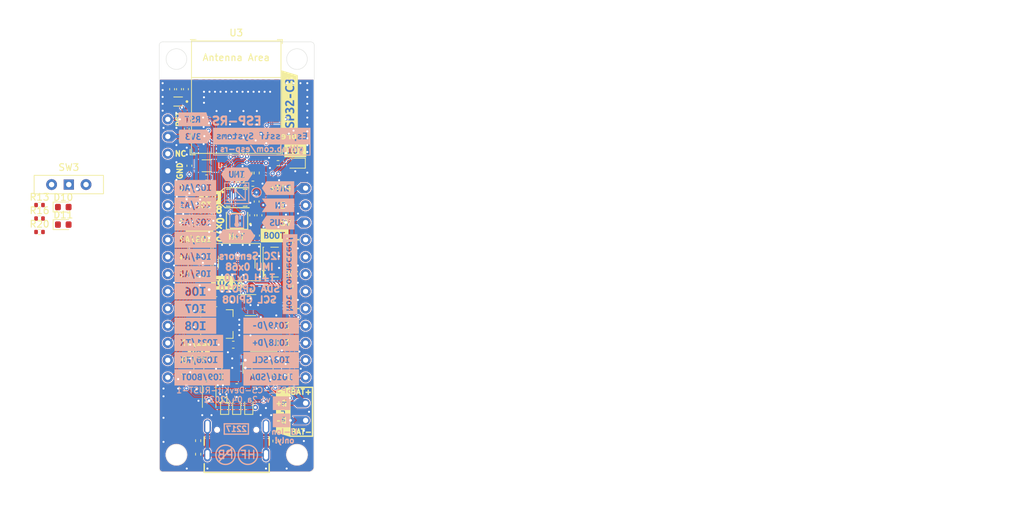
<source format=kicad_pcb>
(kicad_pcb (version 20241229) (generator "pcbnew") (generator_version "9.0")
  (title_block (title "ESP32-C3-DevKit-RUST-1") (date "2022-04-27") (rev "1.2a") (company "Espressif Systems"))
  (layers (0 "F.Cu" signal) (2 "B.Cu" signal) (13 "F.Paste" user) (15 "B.Paste" user) (5 "F.SilkS" user "F.Silkscreen") (7 "B.SilkS" user "B.Silkscreen") (1 "F.Mask" user) (3 "B.Mask" user) (25 "Edge.Cuts" user))
  (net 0 "")
  (net 1 "GND")
  (net 2 "+3V3")
  (net 3 "+5V")
  (net 4 "Net-(U5-FB)")
  (net 5 "CHIP_PU")
  (net 6 "IO0")
  (net 7 "IO1")
  (net 8 "VBUS")
  (net 9 "+BATT")
  (net 10 "Net-(D2-A)")
  (net 11 "Net-(D3-K)")
  (net 12 "USB_D-")
  (net 13 "USB_D+")
  (net 14 "/Buck_Coil")
  (net 15 "ENABLE")
  (net 16 "Net-(D6-A)")
  (net 17 "IO7")
  (net 18 "IO9_BOOT")
  (net 19 "Net-(D9-DIN)")
  (net 20 "IO8_SCL")
  (net 21 "IO10_SDA")
  (net 23 "Net-(D10-A)")
  (net 24 "Net-(D11-A)")
  (net 26 "IO21_TX")
  (net 27 "IO20_RX")
  (net 28 "Net-(J1-SHELL_GND-PadS1)")
  (net 29 "Net-(J1-CC1)")
  (net 30 "Net-(J1-CC2)")
  (net 32 "IO6")
  (net 33 "IO5")
  (net 34 "IO4")
  (net 35 "Net-(SW3-A)")
  (net 36 "Net-(U2-AP_CS)")
  (net 37 "Net-(U6-PROG)")
  (net 38 "Net-(U6-STAT)")
  (net 39 "Net-(U2-INT2)")
  (net 40 "IO3")
  (net 41 "IO2")
  (footprint "label" (layer "F.Cu") (at 156.718 81.026)
    (property "Reference" "kibuzzard-61B9EF98" (hide yes))
    (property "Value" "G***" (hide yes))
  )
  (footprint "LED_SMD:LED_0603_1608Metric" (layer "F.Cu") (at 156.718 82.931 180)
    (property "Reference" "D2" (hide yes))
    (property "Value" "LED" (hide yes))
  )
  (footprint "Rust_Board:Rust_Board" (layer "F.Cu") (at 148.082 96.139)
    (property "Reference" "U4" (hide yes))
    (property "Value" "Rust_Board" (hide yes))
  )
  (footprint "Crystal:Crystal_SMD_3215-2Pin_3.2x1.5mm" (layer "F.Cu") (at 143.637 83.312 180)
    (property "Reference" "Y1" (hide yes))
    (property "Value" "32.768Hz" (hide yes))
  )
  (footprint "Capacitor_SMD:C_0402_1005Metric" (layer "F.Cu") (at 150.368 90.6272 90)
    (property "Reference" "C3" (hide yes))
    (property "Value" "100nF 10V" (hide yes))
  )
  (footprint "Capacitor_SMD:C_0402_1005Metric" (layer "F.Cu") (at 146.177 83.312 90)
    (property "Reference" "C13" (hide yes))
    (property "Value" "DNP" (hide yes))
  )
  (footprint "Capacitor_SMD:C_0402_1005Metric" (layer "F.Cu") (at 151.4348 90.6272 90)
    (property "Reference" "C1" (hide yes))
    (property "Value" "10nF 10V" (hide yes))
  )
  (footprint "label" (layer "F.Cu") (at 142.5956 93.599)
    (property "Reference" "kibuzzard-61B9CEAB" (hide yes))
    (property "Value" "G***" (hide yes))
  )
  (footprint "Capacitor_SMD:C_0402_1005Metric" (layer "F.Cu") (at 151.0792 93.6244 -90)
    (property "Reference" "C14" (hide yes))
    (property "Value" "1nF 10V" (hide yes))
  )
  (footprint "Resistor_SMD:R_0402_1005Metric" (layer "F.Cu") (at 143.642 85.034)
    (property "Reference" "R12" (hide yes))
    (property "Value" "DNP" (hide yes))
  )
  (footprint "Capacitor_SMD:C_0603_1608Metric" (layer "F.Cu") (at 148.082 116 180)
    (property "Reference" "C16" (hide yes))
    (property "Value" "4.7uF 16V" (hide yes))
  )
  (footprint "Capacitor_SMD:C_0402_1005Metric" (layer "F.Cu") (at 151.0284 88.5952 -90)
    (property "Reference" "C2" (hide yes))
    (property "Value" "10nF 10V" (hide yes))
  )
  (footprint "Diode_SMD:D_SOD-523" (layer "F.Cu") (at 148.082 118.872 90)
    (property "Reference" "D8" (hide yes))
    (property "Value" "LESD5D5.0CT1G" (hide yes))
  )
  (footprint "Capacitor_SMD:C_0402_1005Metric" (layer "F.Cu") (at 140.589 72.009 90)
    (property "Reference" "C8" (hide yes))
    (property "Value" "1uF 16V" (hide yes))
  )
  (footprint "Capacitor_SMD:C_0402_1005Metric" (layer "F.Cu") (at 140.716 77.851 -90)
    (property "Reference" "C10" (hide yes))
    (property "Value" "1uF 16V" (hide yes))
  )
  (footprint "Diode_SMD:D_SOD-523" (layer "F.Cu") (at 149.86 118.872 90)
    (property "Reference" "D7" (hide yes))
    (property "Value" "LESD5D5.0CT1G" (hide yes))
  )
  (footprint "Resistor_SMD:R_0402_1005Metric" (layer "F.Cu") (at 154.178 82.931)
    (property "Reference" "R10" (hide yes))
    (property "Value" "470R 1%" (hide yes))
  )
  (footprint "label" (layer "F.Cu") (at 153.67 93.599)
    (property "Reference" "kibuzzard-61B9CE86" (hide yes))
    (property "Value" "G***" (hide yes))
  )
  (footprint "Resistor_SMD:R_0402_1005Metric" (layer "F.Cu") (at 150.4696 85.9536)
    (property "Reference" "R7" (hide yes))
    (property "Value" "0R 1%" (hide yes))
  )
  (footprint "Button_Switch_SMD:SW_SPST_PTS810" (layer "F.Cu") (at 142.5956 97.536 90)
    (property "Reference" "SW1" (hide yes))
    (property "Value" "SW_Push" (hide yes))
  )
  (footprint "Capacitor_SMD:C_0402_1005Metric" (layer "F.Cu") (at 139.573 72.009 90)
    (property "Reference" "C9" (hide yes))
    (property "Value" "100nF 10V" (hide yes))
  )
  (footprint "Diode_SMD:D_SOD-523" (layer "F.Cu") (at 146.304 118.872 90)
    (property "Reference" "D5" (hide yes))
    (property "Value" "LESD5D5.0CT1G" (hide yes))
  )
  (footprint "Rust_Board:IC_ICM-42670-P" (layer "F.Cu") (at 148.092 88.034)
    (property "Reference" "U2")
    (property "Value" "ICM-42670-P")
  )
  (footprint "Capacitor_SMD:C_0402_1005Metric" (layer "F.Cu") (at 141.097 83.312 90)
    (property "Reference" "C12" (hide yes))
    (property "Value" "DNP" (hide yes))
  )
  (footprint "Resistor_SMD:R_0402_1005Metric" (layer "F.Cu") (at 142.4 123.9 -90)
    (property "Reference" "R6" (hide yes))
    (property "Value" "5k1R 1%" (hide yes))
  )
  (footprint "Resistor_SMD:R_0402_1005Metric" (layer "F.Cu") (at 153.8 123.952 -90)
    (property "Reference" "R4" (hide yes))
    (property "Value" "5k1R 1%" (hide yes))
  )
  (footprint "Diode_SMD:D_SOD-123" (layer "F.Cu") (at 144.018 117.348 -90)
    (property "Reference" "D6" (hide yes))
    (property "Value" "B5819W" (hide yes))
  )
  (footprint "Capacitor_SMD:C_0402_1005Metric" (layer "F.Cu") (at 152.0444 87.2236 -90)
    (property "Reference" "C4" (hide yes))
    (property "Value" "100nF 10V" (hide yes))
  )
  (footprint "Resistor_SMD:R_0402_1005Metric" (layer "F.Cu") (at 148.336 84.3788 -90)
    (property "Reference" "R18" (hide yes))
    (property "Value" "10kR 1%" (hide yes))
  )
  (footprint "Resistor_SMD:R_0402_1005Metric" (layer "F.Cu") (at 149.9616 84.3788 90)
    (property "Reference" "R17" (hide yes))
    (property "Value" "10kR 1%" (hide yes))
  )
  (footprint "Rust_Board:SON100P200X200X80-5N" (layer "F.Cu") (at 148.1328 91.434 180)
    (property "Reference" "U1")
    (property "Value" "SHTC3")
  )
  (footprint "Button_Switch_SMD:SW_SPST_PTS810" (layer "F.Cu") (at 153.67 97.536 90)
    (property "Reference" "SW2" (hide yes))
    (property "Value" "SW_Push" (hide yes))
  )
  (footprint "Capacitor_SMD:C_0402_1005Metric" (layer "F.Cu") (at 138.557 72.009 90)
    (property "Reference" "C11" (hide yes))
    (property "Value" "10nF 10V" (hide yes))
  )
  (footprint "Resistor_SMD:R_0402_1005Metric" (layer "F.Cu") (at 140.716 75.946 -90)
    (property "Reference" "R8" (hide yes))
    (property "Value" "10kR 1%" (hide yes))
  )
  (footprint "Resistor_SMD:R_0402_1005Metric" (layer "F.Cu") (at 152.4254 101.346 180)
    (property "Reference" "R2" (hide yes))
    (property "Value" "100kR 1%" (hide yes))
  )
  (footprint "LED_SMD:LED_0603_1608Metric" (layer "F.Cu") (at 142.494 113.157 -90)
    (property "Reference" "D3" (hide yes))
    (property "Value" "LED" (hide yes))
  )
  (footprint "Capacitor_SMD:C_0603_1608Metric" (layer "F.Cu") (at 153.035 103.378 -90)
    (property "Reference" "C6" (hide yes))
    (property "Value" "22pF 50V" (hide yes))
  )
  (footprint "Capacitor_SMD:C_0603_1608Metric" (layer "F.Cu") (at 147.574 109.728)
    (property "Reference" "C15" (hide yes))
    (property "Value" "4.7uF 16V" (hide yes))
  )
  (footprint "Package_TO_SOT_SMD:SOT-23-5" (layer "F.Cu") (at 147.447 113.157 90)
    (property "Reference" "U6" (hide yes))
    (property "Value" "MCP73831T-2ACI/OT" (hide yes))
  )
  (footprint "Capacitor_SMD:C_0805_2012Metric" (layer "F.Cu") (at 151.003 106.807 180)
    (property "Reference" "C5" (hide yes))
    (property "Value" "10uF 16V" (hide yes))
  )
  (footprint "Resistor_SMD:R_0402_1005Metric" (layer "F.Cu") (at 145.1102 111.4298 -90)
    (property "Reference" "R9" (hide yes))
    (property "Value" "10kR 1%" (hide yes))
  )
  (footprint "Package_TO_SOT_SMD:SOT-23" (layer "F.Cu") (at 151.892 113.665 -90)
    (property "Reference" "Q1" (hide yes))
    (property "Value" "DMG3415U" (hide yes))
  )
  (footprint "Resistor_SMD:R_0402_1005Metric" (layer "F.Cu") (at 148.5392 101.346 180)
    (property "Reference" "R1" (hide yes))
    (property "Value" "10kR 1%" (hide yes))
  )
  (footprint "Capacitor_SMD:C_0805_2012Metric" (layer "F.Cu") (at 144.907 103.378)
    (property "Reference" "C7" (hide yes))
    (property "Value" "10uF 16V" (hide yes))
  )
  (footprint "Resistor_SMD:R_0402_1005Metric" (layer "F.Cu") (at 150.495 101.346 180)
    (property "Reference" "R3" (hide yes))
    (property "Value" "22k1R 1%" (hide yes))
  )
  (footprint "Package_TO_SOT_SMD:SOT-23-5" (layer "F.Cu") (at 150.114 103.886)
    (property "Reference" "U5" (hide yes))
    (property "Value" "SY8088" (hide yes))
  )
  (footprint "Resistor_SMD:R_0402_1005Metric" (layer "F.Cu") (at 151.0284 84.3788 90)
    (property "Reference" "R19" (hide yes))
    (property "Value" "10kR 1%" (hide yes))
  )
  (footprint "Inductor_SMD:L_Bourns-SRN4018" (layer "F.Cu") (at 145.161 106.68 180)
    (property "Reference" "L1" (hide yes))
    (property "Value" "SPH4018H2R2MT (2.2uH 2.2A)" (hide yes))
  )
  (footprint "Diode_SMD:D_SOD-123" (layer "F.Cu") (at 151.765 109.728 180)
    (property "Reference" "D4" (hide yes))
    (property "Value" "B5819W" (hide yes))
  )
  (footprint "Resistor_SMD:R_0402_1005Metric" (layer "F.Cu") (at 144.526 114.173 180)
    (property "Reference" "R14" (hide yes))
    (property "Value" "1kR 1%" (hide yes))
  )
  (footprint "Resistor_SMD:R_0402_1005Metric" (layer "F.Cu") (at 154.305 113.665 -90)
    (property "Reference" "R15" (hide yes))
    (property "Value" "100kR 1%" (hide yes))
  )
  (footprint "label" (layer "F.Cu") (at 142.494 110.49)
    (property "Reference" "kibuzzard-61C05335" (hide yes))
    (property "Value" "G***" (hide yes))
  )
  (footprint "label" (layer "F.Cu") (at 144.145 88.034)
    (property "Reference" "kibuzzard-61C05A1A" (hide yes))
    (property "Value" "G***" (hide yes))
  )
  (footprint "label" (layer "F.Cu") (at 148.1328 93.6244)
    (property "Reference" "kibuzzard-61C05A22" (hide yes))
    (property "Value" "G***" (hide yes))
  )
  (footprint "label" (layer "F.Cu") (at 154.94 119.634 -90)
    (property "Reference" "kibuzzard-61C0F511" (hide yes))
    (property "Value" "G***" (hide yes))
  )
  (footprint "label" (layer "F.Cu") (at 154.94 119.634 -90)
    (property "Reference" "kibuzzard-61C0F551" (hide yes))
    (property "Value" "G***" (hide yes))
  )
  (footprint "Rust_Board:esp-rs_logo_4mm" (layer "F.Cu") (at 139.7508 119.0498)
    (property "Reference" "G***" (hide yes))
    (property "Value" "LOGO" (hide yes))
  )
  (footprint "kibuzzard-623DAB98" (layer "F.Cu") (at 155.9 74.6 90)
    (property "Reference" "kibuzzard-623DAB98" (hide yes))
    (property "Value" "G***" (hide yes))
  )
  (footprint "PCM_Espressif:ESP32-C3-MINI-1" (layer "F.Cu") (at 148.012 73.189)
    (property "Reference" "U3")
    (property "Value" "ESP32-C3-MINI-1")
  )
  (footprint "Resistor_SMD:R_0402_1005Metric" (layer "F.Cu") (at 119 91.1)
    (property "Reference" "R16")
    (property "Value" "470R 1%")
  )
  (footprint "Resistor_SMD:R_0402_1005Metric" (layer "F.Cu") (at 141.732 91.694)
    (property "Reference" "R11" (hide yes))
    (property "Value" "0R 1%" (hide yes))
  )
  (footprint "Resistor_SMD:R_0402_1005Metric" (layer "F.Cu") (at 142.4 125.9 90)
    (property "Reference" "R5" (hide yes))
    (property "Value" "0R 1%" (hide yes))
  )
  (footprint "kibuzzard-6269032F" (layer "F.Cu") (at 145.923 100.584)
    (property "Reference" "kibuzzard-6269032F" (hide yes))
    (property "Value" "G***" (hide yes))
  )
  (footprint "Rust_Board:GCT_USB4105-GF-A" (layer "F.Cu") (at 148.082 125.984)
    (property "Reference" "J1")
    (property "Value" "USB4105-GF-A")
  )
  (footprint "Button_Switch_THT:SW_Slide-03_Wuerth-WS-SLTV_10x2.5x6.4_P2.54mm" (layer "F.Cu") (at 123.32 86.09)
    (property "Reference" "SW3")
    (property "Value" "SW_Wuerth_450301014042")
  )
  (footprint "LED_SMD:LED_0603_1608Metric" (layer "F.Cu") (at 122.5 92)
    (property "Reference" "D11")
    (property "Value" "LED")
  )
  (footprint "Resistor_SMD:R_0402_1005Metric" (layer "F.Cu") (at 119 93.09)
    (property "Reference" "R20")
    (property "Value" "10kR 1%")
  )
  (footprint "Resistor_SMD:R_0402_1005Metric" (layer "F.Cu") (at 119 89.11)
    (property "Reference" "R13")
    (property "Value" "470R 1%")
  )
  (footprint "LED_SMD:LED_WS2812B_PLCC4_5.0x5.0mm_P3.2mm" (layer "F.Cu") (at 148.082 97.536 180)
    (property "Reference" "D9")
    (property "Value" "WS2812B")
  )
  (footprint "Rust_Board:SOD-882" (layer "F.Cu") (at 139.442 73.834 180)
    (property "Reference" "D1" (hide yes))
    (property "Value" "LESD8D3.3CAT5G" (hide yes))
  )
  (footprint "LED_SMD:LED_0603_1608Metric" (layer "F.Cu") (at 122.5 89.41)
    (property "Reference" "D10")
    (property "Value" "LED")
  )
  (footprint "label" (layer "B.Cu") (at 148.082 84.582 180)
    (property "Reference" "kibuzzard-61B9CCBB" (hide yes))
    (property "Value" "G***" (hide yes))
  )
  (footprint "label" (layer "B.Cu") (at 148.082 93.726 180)
    (property "Reference" "kibuzzard-61B9CE3D" (hide yes))
    (property "Value" "G***" (hide yes))
  )
  (footprint "TestPoint:TestPoint_Pad_D1.0mm" (layer "B.Cu") (at 151.003 87.249)
    (property "Reference" "TP2" (hide yes))
    (property "Value" "IMU_INT2" (hide yes))
  )
  (footprint "label" (layer "B.Cu") (at 141.986 86.614 180)
    (property "Reference" "kibuzzard-61C057D5" (hide yes))
    (property "Value" "G***" (hide yes))
  )
  (footprint "label" (layer "B.Cu") (at 141.986 89.154 180)
    (property "Reference" "kibuzzard-61C057FD" (hide yes))
    (property "Value" "G***" (hide yes))
  )
  (footprint "label" (layer "B.Cu") (at 141.986 91.694 180)
    (property "Reference" "kibuzzard-61C05804" (hide yes))
    (property "Value" "G***" (hide yes))
  )
  (footprint "label" (layer "B.Cu") (at 141.986 94.234 180)
    (property "Reference" "kibuzzard-61C0588C" (hide yes))
    (property "Value" "G***" (hide yes))
  )
  (footprint "label" (layer "B.Cu") (at 153.162 114.554 180)
    (property "Reference" "kibuzzard-61C05909" (hide yes))
    (property "Value" "G***" (hide yes))
  )
  (footprint "label" (layer "B.Cu") (at 153.162 112.014 180)
    (property "Reference" "kibuzzard-61C05949" (hide yes))
    (property "Value" "G***" (hide yes))
  )
  (footprint "label" (layer "B.Cu") (at 153.162 106.934 180)
    (property "Reference" "kibuzzard-61C0597E" (hide yes))
    (property "Value" "G***" (hide yes))
  )
  (footprint "label" (layer "B.Cu") (at 153.162 109.474 180)
    (property "Reference" "kibuzzard-61C05975" (hide yes))
    (property "Value" "G***" (hide yes))
  )
  (footprint "label" (layer "B.Cu") (at 154.178 86.614 180)
    (property "Reference" "kibuzzard-61C05B60" (hide yes))
    (property "Value" "G***" (hide yes))
  )
  (footprint "label" (layer "B.Cu") (at 154.178 91.694 180)
    (property "Reference" "kibuzzard-61C05BAC" (hide yes))
    (property "Value" "G***" (hide yes))
  )
  (footprint "label" (layer "B.Cu") (at 154.178 89.154 180)
    (property "Reference" "kibuzzard-61C05C0D" (hide yes))
    (property "Value" "G***" (hide yes))
  )
  (footprint "label" (layer "B.Cu") (at 141.986 78.994 180)
    (property "Reference" "kibuzzard-61C05C87" (hide yes))
    (property "Value" "G***" (hide yes))
  )
  (footprint "label" (layer "B.Cu") (at 141.859 76.454 180)
    (property "Reference" "kibuzzard-61C05C92" (hide yes))
    (property "Value" "G***" (hide yes))
  )
  (footprint "label" (layer "B.Cu") (at 142.494 109.474 180)
    (property "Reference" "kibuzzard-61C05D58" (hide yes))
    (property "Value" "G***" (hide yes))
  )
  (footprint "label" (layer "B.Cu") (at 142.494 112.014 180)
    (property "Reference" "kibuzzard-61C05D75" (hide yes))
    (property "Value" "G***" (hide yes))
  )
  (footprint "label" (layer "B.Cu") (at 143.002 114.554 180)
    (property "Reference" "kibuzzard-61C05DB0" (hide yes))
    (property "Value" "G***" (hide yes))
  )
  (footprint "label" (layer "B.Cu") (at 141.986 96.774 180)
    (property "Reference" "kibuzzard-61C0F315" (hide yes))
    (property "Value" "G***" (hide yes))
  )
  (footprint "label" (layer "B.Cu") (at 141.986 99.314 180)
    (property "Reference" "kibuzzard-61C0F325" (hide yes))
    (property "Value" "G***" (hide yes))
  )
  (footprint "label" (layer "B.Cu") (at 155.956 99.314 90)
    (property "Reference" "kibuzzard-61C0F363" (hide yes))
    (property "Value" "G***" (hide yes))
  )
  (footprint "label" (layer "B.Cu") (at 154.686 120.904 180)
    (property "Reference" "kibuzzard-61C0F3FF" (hide yes))
    (property "Value" "G***" (hide yes))
  )
  (footprint "label" (layer "B.Cu") (at 154.686 118.364 180)
    (property "Reference" "kibuzzard-61C0F406" (hide yes))
    (property "Value" "G***" (hide yes))
  )
  (footprint "Rust_Board:logo_HF" (layer "B.Cu") (at 149.7076 125.984 180)
    (property "Reference" "REF**" (hide yes))
    (property "Value" "logo_HF" (hide yes))
  )
  (footprint "kibuzzard-61F26855" (layer "B.Cu") (at 141.986 104.394 180)
    (property "Reference" "kibuzzard-61F26855" (hide yes))
    (property "Value" "G***" (hide yes))
  )
  (footprint "Rust_Board:logo_PB" (layer "B.Cu") (at 146.4056 125.984 180)
    (property "Reference" "REF**" (hide yes))
    (property "Value" "logo_HF" (hide yes))
  )
  (footprint "kibuzzard-61F26841" (layer "B.Cu") (at 141.986 101.854 180)
    (property "Reference" "kibuzzard-61F26841" (hide yes))
    (property "Value" "G***" (hide yes))
  )
  (footprint "kibuzzard-61F2685B" (layer "B.Cu") (at 141.986 106.934 180)
    (property "Reference" "kibuzzard-61F2685B" (hide yes))
    (property "Value" "G***" (hide yes))
  )
  (footprint "kibuzzard-61E1AB2E" (layer "B.Cu") (at 151.792 78.984 180)
    (property "Reference" "kibuzzard-61E1AB2E" (hide yes))
    (property "Value" "G***" (hide yes))
  )
  (gr_line (start 159.258 123.2408) (end 159.258 116.0272) (stroke (width 0.2)) (layer "F.SilkS"))
  (gr_line (start 156.0068 123.2408) (end 159.258 123.2408) (stroke (width 0.2)) (layer "F.SilkS"))
  (gr_line (start 155.956 116.078) (end 155.956 116.332) (stroke (width 0.1524)) (layer "F.SilkS"))
  (gr_line (start 155.956 116.332) (end 155.956 123.19) (stroke (width 0.1524)) (layer "F.SilkS"))
  (gr_line (start 159.258 116.0272) (end 156.0068 116.0272) (stroke (width 0.2)) (layer "F.SilkS"))
  (gr_line (start 157.1752 94.234) (end 156.3624 94.234) (stroke (width 0.2)) (layer "F.SilkS"))
  (gr_line (start 149.7076 92.9894) (end 149.7076 90.1954) (stroke (width 0.1524)) (layer "F.SilkS"))
  (gr_line (start 156.3624 100.2792) (end 156.3624 104.394) (stroke (width 0.2)) (layer "F.SilkS"))
  (gr_line (start 156.3624 104.394) (end 157.1752 104.394) (stroke (width 0.2)) (layer "F.SilkS"))
  (gr_line (start 146.373 89.5015) (end 149.929 89.5015) (stroke (width 0.1524)) (layer "F.SilkS"))
  (gr_line (start 145.561 87.2015) (end 146.323 86.5665) (stroke (width 0.1524)) (layer "F.SilkS"))
  (gr_line (start 146.323 86.5665) (end 149.879 86.5665) (stroke (width 0.1524)) (layer "F.SilkS"))
  (gr_line (start 145.611 88.8665) (end 146.373 89.5015) (stroke (width 0.1524)) (layer "F.SilkS"))
  (gr_line (start 156.3624 94.234) (end 156.3624 98.3488) (stroke (width 0.2)) (layer "F.SilkS"))
  (gr_line (start 146.558 92.9894) (end 146.558 90.1954) (stroke (width 0.1524)) (layer "F.SilkS"))
  (gr_line (start 146.304 88.9) (end 146.304 85.852) (stroke (width 0.1524)) (layer "B.SilkS"))
  (gr_line (start 147.066 90.424) (end 149.098 90.424) (stroke (width 0.1524)) (layer "B.SilkS"))
  (gr_line (start 147.066 92.456) (end 147.066 90.424) (stroke (width 0.1524)) (layer "B.SilkS"))
  (gr_line (start 149.098 92.456) (end 147.066 92.456) (stroke (width 0.1524)) (layer "B.SilkS"))
  (gr_line (start 149.86 85.852) (end 149.86 88.9) (stroke (width 0.1524)) (layer "B.SilkS"))
  (gr_line (start 149.86 88.9) (end 146.304 88.9) (stroke (width 0.1524)) (layer "B.SilkS"))
  (gr_line (start 149.098 90.424) (end 149.098 92.456) (stroke (width 0.1524)) (layer "B.SilkS"))
  (gr_line (start 146.304 85.852) (end 149.86 85.852) (stroke (width 0.1524)) (layer "B.SilkS"))
  (gr_line (start 149.606 86.36) (end 149.352 86.106) (stroke (width 0.1524)) (layer "B.SilkS"))
  (gr_line (start 147.066 88.138) (end 146.812 88.392) (stroke (width 0.1524)) (layer "B.SilkS"))
  (gr_line (start 147.066 88.646) (end 146.812 88.392) (stroke (width 0.1524)) (layer "B.SilkS"))
  (gr_line (start 147.828 87.122) (end 147.828 86.868) (stroke (width 0.1524)) (layer "B.SilkS"))
  (gr_line (start 149.098 86.36) (end 149.352 86.106) (stroke (width 0.1524)) (layer "B.SilkS"))
  (gr_line (start 149.8092 122.936) (end 146.2532 122.936) (stroke (width 0.2)) (layer "B.SilkS"))
  (gr_line (start 144.692 80.134) (end 144.692 81.734) (stroke (width 0.1524)) (layer "B.SilkS"))
  (gr_line (start 144.692 81.734) (end 158.892 81.734) (stroke (width 0.1524)) (layer "B.SilkS"))
  (gr_line (start 149.352 86.106) (end 149.606 86.36) (stroke (width 0.1524)) (layer "B.SilkS"))
  (gr_line (start 147.828 86.868) (end 148.082 86.868) (stroke (width 0.1524)) (layer "B.SilkS"))
  (gr_line (start 158.892 77.784) (end 158.892 80.084) (stroke (width 0.1524)) (layer "B.SilkS"))
  (gr_line (start 148.082 90.7796) (end 148.082 91.948) (stroke (width 0.5)) (layer "B.SilkS"))
  (gr_line (start 149.352 88.392) (end 147.828 86.868) (stroke (width 0.1524)) (layer "B.SilkS"))
  (gr_line (start 158.892 81.734) (end 158.892 80.084) (stroke (width 0.1524)) (layer "B.SilkS"))
  (gr_line (start 146.2532 121.412) (end 149.8092 121.412) (stroke (width 0.2)) (layer "B.SilkS"))
  (gr_line (start 144.692 77.784) (end 158.892 77.784) (stroke (width 0.1524)) (layer "B.SilkS"))
  (gr_line (start 147.828 86.868) (end 147.828 87.122) (stroke (width 0.1524)) (layer "B.SilkS"))
  (gr_line (start 149.352 86.106) (end 149.352 88.392) (stroke (width 0.1524)) (layer "B.SilkS"))
  (gr_line (start 148.082 91.9988) (end 148.082 91.9988) (stroke (width 0.7)) (layer "B.SilkS"))
  (gr_line (start 149.8092 121.412) (end 149.8092 122.936) (stroke (width 0.2)) (layer "B.SilkS"))
  (gr_line (start 146.812 88.392) (end 147.066 88.138) (stroke (width 0.1524)) (layer "B.SilkS"))
  (gr_line (start 149.352 88.392) (end 146.812 88.392) (stroke (width 0.1524)) (layer "B.SilkS"))
  (gr_line (start 146.2532 122.936) (end 146.2532 121.412) (stroke (width 0.2)) (layer "B.SilkS"))
  (gr_line (start 144.692 80.134) (end 144.692 77.784) (stroke (width 0.1524)) (layer "B.SilkS"))
  (gr_arc (start 159.512 127.762) (mid 159.288815 128.300815) (end 158.75 128.524) (stroke (width 0.05)) (layer "Edge.Cuts"))
  (gr_arc (start 136.652 65.532) (mid 136.80079 65.17279) (end 137.16 65.024) (stroke (width 0.05)) (layer "Edge.Cuts"))
  (gr_line (start 158.75 128.524) (end 137.16 128.524) (stroke (width 0.05)) (layer "Edge.Cuts"))
  (gr_circle (center 139.192 67.564) (end 139.192 69.088) (stroke (width 0.05)) (fill no) (layer "Edge.Cuts"))
  (gr_arc (start 137.16 128.524) (mid 136.80079 128.37521) (end 136.652 128.016) (stroke (width 0.05)) (layer "Edge.Cuts"))
  (gr_line (start 136.652 128.016) (end 136.652 65.532) (stroke (width 0.05)) (layer "Edge.Cuts"))
  (gr_circle (center 156.972 67.564) (end 156.972 66.04) (stroke (width 0.05)) (fill no) (layer "Edge.Cuts"))
  (gr_line (start 137.16 65.024) (end 159.004 65.024) (stroke (width 0.05)) (layer "Edge.Cuts"))
  (gr_circle (center 139.192 125.984) (end 139.192 124.46) (stroke (width 0.05)) (fill no) (layer "Edge.Cuts"))
  (gr_circle (center 156.972 125.984) (end 156.972 124.46) (stroke (width 0.05)) (fill no) (layer "Edge.Cuts"))
  (gr_line (start 159.512 65.532) (end 159.512 127.762) (stroke (width 0.05)) (layer "Edge.Cuts"))
  (gr_arc (start 159.004 65.024) (mid 159.36321 65.17279) (end 159.512 65.532) (stroke (width 0.05)) (layer "Edge.Cuts"))
  (gr_text "BAT+" (at 154.6 86.614 0) (layer "F.SilkS") (effects (font (size 1 1) (thickness 0.2))))
  (gr_text "3V3" (at 139.954 78.994 90) (layer "F.SilkS") (effects (font (size 0.6 0.6))))
  (gr_text "5V" (at 155.3 91.7 0) (layer "F.SilkS") (effects (font (size 1 1) (thickness 0.2))))
  (gr_text "20" (at 139.9 112 0) (layer "F.SilkS") (effects (font (size 1 1) (thickness 0.2))))
  (gr_text "GND" (at 139.7 84.074 90) (layer "F.SilkS") (effects (font (size 0.8 0.8) (thickness 0.2))))
  (gr_text "8" (at 156.2 112.014 0) (layer "F.SilkS") (effects (font (size 1 1) (thickness 0.2))))
  (gr_text "0" (at 139.7 86.614 0) (layer "F.SilkS") (effects (font (size 1 1) (thickness 0.2))))
  (gr_text "RST" (at 139.573 76.454 90) (layer "F.SilkS") (effects (font (size 0.8 0.8) (thickness 0.2))))
  (gr_text "9" (at 139.7 114.554 0) (layer "F.SilkS") (effects (font (size 1 1) (thickness 0.2))))
  (gr_text "BAT+" (at 157.5816 116.7 0) (layer "F.SilkS") (effects (font (size 0.8 0.8) (thickness 0.2))))
  (gr_text "1" (at 139.7 89.154 0) (layer "F.SilkS") (effects (font (size 1 1) (thickness 0.2))))
  (gr_text "2" (at 139.7 91.694 0) (layer "F.SilkS") (effects (font (size 1 1) (thickness 0.2))))
  (gr_text "BAT-" (at 157.607 122.6 0) (layer "F.SilkS") (effects (font (size 0.8 0.8) (thickness 0.2))))
  (gr_text "10" (at 156.2 114.554 0) (layer "F.SilkS") (effects (font (size 1 1) (thickness 0.2))))
  (gr_text "21" (at 139.9 109.474 0) (layer "F.SilkS") (effects (font (size 1 1) (thickness 0.2))))
  (gr_text "19" (at 156.2 106.934 0) (layer "F.SilkS") (effects (font (size 1 1) (thickness 0.2))))
  (gr_text "18" (at 156.2 109.474 0) (layer "F.SilkS") (effects (font (size 1 1) (thickness 0.2))))
  (gr_text "6" (at 139.7 101.854 0) (layer "F.SilkS") (effects (font (size 1 1) (thickness 0.2))))
  (gr_text "4" (at 139.7 96.774 0) (layer "F.SilkS") (effects (font (size 1 1) (thickness 0.2))))
  (gr_text "8" (at 139.7 106.934 0) (layer "F.SilkS") (effects (font (size 1 1) (thickness 0.2))))
  (gr_text "3" (at 139.7 94.234 0) (layer "F.SilkS") (effects (font (size 1 1) (thickness 0.2))))
  (gr_text "5" (at 139.7 99.314 0) (layer "F.SilkS") (effects (font (size 1 1) (thickness 0.2))))
  (gr_text "7" (at 139.7 104.394 0) (layer "F.SilkS") (effects (font (size 1 1) (thickness 0.2))))
  (gr_text "EN" (at 155.4 89.154 0) (layer "F.SilkS") (effects (font (size 1 1) (thickness 0.2))))
  (gr_text "NC" (at 156.3624 99.314 0) (layer "F.SilkS") (effects (font (size 0.8 0.8) (thickness 0.2))))
  (gr_text "0x70" (at 145.5928 92.7608 270) (layer "F.SilkS") (effects (font (size 1 1) (thickness 0.25))))
  (gr_text "0x68" (at 144.1196 89.8 0) (layer "F.SilkS") (effects (font (size 1 1) (thickness 0.25))))
  (gr_text "NC" (at 139.8016 81.534 0) (layer "F.SilkS") (effects (font (size 0.8 0.8) (thickness 0.2))))
  (gr_text "I2C Sensors\nIMU 0x68\nT+H 0x70\nSDA GPIO10\nSCL GPIO8" (at 149.9616 99.8728 0) (layer "B.SilkS") (effects (font (size 1 1) (thickness 0.25)) (justify mirror)))
  (gr_text "Li-Ion\nonly!" (at 155.142 123.234 0) (layer "B.SilkS") (effects (font (size 0.8 0.8) (thickness 0.2)) (justify mirror)))
  (gr_text "ESP32-C3-DevKit-RUST-1\nv1.2a 04/2022" (at 148.1328 117.1448 0) (layer "B.SilkS") (effects (font (size 0.85 0.85)) (justify mirror)))
  (gr_text "2217" (at 148.0312 122.174 0) (layer "B.SilkS") (effects (font (size 0.8 0.8) (thickness 0.2)) (justify mirror)))
  (gr_text "github.com/esp-rs" (at 151.792 80.834 0) (layer "B.SilkS") (effects (font (size 0.85 0.85) (thickness 0.2)) (justify mirror)))
  (gr_text "ESP-RS" (at 148.082 76.708 0) (layer "B.SilkS") (effects (font (size 1.2 1.2) (thickness 0.3)) (justify mirror)))
  (segment (start 151.492 120.134) (end 151.616 120.134) (width 0.508) (layer "F.Cu") (net 1))
  (segment (start 151.282 121.229) (end 151.282 120.344) (width 0.508) (layer "F.Cu") (net 1))
  (segment (start 144.366 120.134) (end 143.002 120.134) (width 0.508) (layer "F.Cu") (net 1))
  (segment (start 144.882 121.229) (end 144.882 120.624) (width 0.508) (layer "F.Cu") (net 1))
  (segment (start 144.392 120.134) (end 144.366 120.134) (width 0.508) (layer "F.Cu") (net 1))
  (segment (start 151.616 120.134) (end 153.162 120.134) (width 0.508) (layer "F.Cu") (net 1))
  (segment (start 158.242 120.904) (end 156.0195 120.904) (width 0.762) (layer "F.Cu") (net 1))
  (segment (start 151.292 120.334) (end 151.492 120.134) (width 0.508) (layer "F.Cu") (net 1))
  (segment (start 144.882 120.624) (end 144.542 120.284) (width 0.508) (layer "F.Cu") (net 1))
  (segment (start 144.542 120.284) (end 144.392 120.134) (width 0.508) (layer "F.Cu") (net 1))
  (segment (start 151.282 120.344) (end 151.292 120.334) (width 0.508) (layer "F.Cu") (net 1))
  (via (at 148.463 108.331) (size 0.6) (drill 0.3) (layers "F.Cu" "B.Cu") (net 1))
  (via (at 147.4216 111.76) (size 0.6) (drill 0.3) (layers "F.Cu" "B.Cu") (net 1))
  (via (at 147.32 103.378) (size 0.6) (drill 0.3) (layers "F.Cu" "B.Cu") (net 1))
  (via (at 158.496 73.152) (size 0.6) (drill 0.3) (layers "F.Cu" "B.Cu") (net 1))
  (via (at 149.7584 72.39) (size 0.6) (drill 0.3) (layers "F.Cu" "B.Cu") (net 1))
  (via (at 137.287 120.523) (size 0.6) (drill 0.3) (layers "F.Cu" "B.Cu") (net 1))
  (via (at 149.0726 79.1464) (size 0.6) (drill 0.3) (layers "F.Cu" "B.Cu") (net 1))
  (via (at 143.256 73.2028) (size 0.6) (drill 0.3) (layers "F.Cu" "B.Cu") (net 1))
  (via (at 142.621 99.695) (size 0.6) (drill 0.3) (layers "F.Cu" "B.Cu") (net 1))
  (via (at 137.287 124.079) (size 0.6) (drill 0.3) (layers "F.Cu" "B.Cu") (net 1))
  (via (at 146.5072 72.39) (size 0.6) (drill 0.3) (layers "F.Cu" "B.Cu") (net 1))
  (via (at 151.0538 77.216) (size 0.6) (drill 0.3) (layers "F.Cu" "B.Cu") (net 1))
  (via (at 154.3304 98.3996) (size 0.6) (drill 0.3) (layers "F.Cu" "B.Cu") (net 1))
  (via (at 147.447 99.441) (size 0.6) (drill 0.3) (layers "F.Cu" "B.Cu") (net 1))
  (via (at 140.716 81.661) (size 0.6) (drill 0.3) (layers "F.Cu" "B.Cu") (net 1))
  (via (at 152.9842 83.6422) (size 0.6) (drill 0.3) (layers "F.Cu" "B.Cu") (net 1))
  (via (at 157.48 71.12) (size 0.6) (drill 0.3) (layers "F.Cu" "B.Cu") (net 1))
  (via (at 149.0472 99.441) (size 0.6) (drill 0.3) (layers "F.Cu" "B.Cu") (net 1))
  (via (at 153.924 107.315) (size 0.6) (drill 0.3) (layers "F.Cu" "B.Cu") (net 1))
  (via (at 139.192 77.724) (size 0.6) (drill 0.3) (layers "F.Cu" "B.Cu") (net 1))
  (via (at 148.463 107.569) (size 0.6) (drill 0.3) (layers "F.Cu" "B.Cu") (net 1))
  (via (at 150.5712 72.39) (size 0.6) (drill 0.3) (layers "F.Cu" "B.Cu") (net 1))
  (via (at 157.099 100.584) (size 0.6) (drill 0.3) (layers "F.Cu" "B.Cu") (net 1))
  (via (at 151.0538 75.2348) (size 0.6) (drill 0.3) (layers "F.Cu" "B.Cu") (net 1))
  (via (at 149.987 94.996) (size 0.6) (drill 0.3) (layers "F.Cu" "B.Cu") (net 1))
  (via (at 139.446 114.808) (size 0.6) (drill 0.3) (layers "F.Cu" "B.Cu") (net 1))
  (via (at 137.16 72.136) (size 0.6) (drill 0.3) (layers "F.Cu" "B.Cu") (net 1))
  (via (at 141.097 86.487) (size 0.6) (drill 0.3) (layers "F.Cu" "B.Cu") (net 1))
  (via (at 151.384 96.647) (size 0.6) (drill 0.3) (layers "F.Cu" "B.Cu") (net 1))
  (via (at 158.496 77.216) (size 0.6) (drill 0.3) (layers "F.Cu" "B.Cu") (net 1))
  (via (at 152.0444 92.3544) (size 0.6) (drill 0.3) (layers "F.Cu" "B.Cu") (net 1))
  (via (at 157.988 123.952) (size 0.6) (drill 0.3) (layers "F.Cu" "B.Cu") (net 1))
  (via (at 137.16 74.168) (size 0.6) (drill 0.3) (layers "F.Cu" "B.Cu") (net 1))
  (via (at 154.3304 96.6724) (size 0.6) (drill 0.3) (layers "F.Cu" "B.Cu") (net 1))
  (via (at 157.3276 110.744) (size 0.6) (drill 0.3) (layers "F.Cu" "B.Cu") (net 1))
  (via (at 141.224 111.76) (size 0.6) (drill 0.3) (layers "F.Cu" "B.Cu") (net 1))
  (via (at 145.415 109.728) (size 0.6) (drill 0.3) (layers "F.Cu" "B.Cu") (net 1))
  (via (at 145.642 117.034) (size 0.6) (drill 0.3) (layers "F.Cu" "B.Cu") (net 1))
  (via (at 147.32 72.39) (size 0.6) (drill 0.3) (layers "F.Cu" "B.Cu") (net 1))
  (via (at 153.0604 114.9096) (size 0.6) (drill 0.3) (layers "F.Cu" "B.Cu") (net 1))
  (via (at 148.9456 72.39) (size 0.6) (drill 0.3) (layers "F.Cu" "B.Cu") (net 1))
  (via (at 157.099 103.124) (size 0.6) (drill 0.3) (layers "F.Cu" "B.Cu") (net 1))
  (via (at 158.496 78.232) (size 0.6) (drill 0.3) (layers "F.Cu" "B.Cu") (net 1))
  (via (at 152.392 119.084) (size 0.6) (drill 0.3) (layers "F.Cu" "B.Cu") (net 1))
  (via (at 143.764 128.016) (size 0.6) (drill 0.3) (layers "F.Cu" "B.Cu") (net 1))
  (via (at 153.0096 72.39) (size 0.6) (drill 0.3) (layers "F.Cu" "B.Cu") (net 1))
  (via (at 148.463 106.807) (size 0.6) (drill 0.3) (layers "F.Cu" "B.Cu") (net 1))
  (via (at 139.192 75.565) (size 0.6) (drill 0.3) (layers "F.Cu" "B.Cu") (net 1))
  (via (at 158.75 119.634) (size 0.6) (drill 0.3) (layers "F.Cu" "B.Cu") (net 1))
  (via (at 145.1102 75.2348) (size 0.6) (drill 0.3) (layers "F.Cu" "B.Cu") (net 1))
  (via (at 158.496 76.2) (size 0.6) (drill 0.3) (layers "F.Cu" "B.Cu") (net 1))
  (via (at 154.3304 85.4456) (size 0.6) (drill 0.3) (layers "F.Cu" "B.Cu") (net 1))
  (via (at 151.616 120.134) (size 0.6) (drill 0.3) (layers "F.Cu" "B.Cu") (net 1))
  (via (at 148.082 117.4496) (size 0.6) (drill 0.3) (layers "F.Cu" "B.Cu") (net 1))
  (via (at 158.496 71.12) (size 0.6) (drill 0.3) (layers "F.Cu" "B.Cu") (net 1))
  (via (at 142.1384 116.2812) (size 0.6) (drill 0.3) (layers "F.Cu" "B.Cu") (net 1))
  (via (at 148.971 94.996) (size 0.6) (drill 0.3) (layers "F.Cu" "B.Cu") (net 1))
  (via (at 147.0914 79.1464) (size 0.6) (drill 0.3) (layers "F.Cu" "B.Cu") (net 1))
  (via (at 146.7866 110.8456) (size 0.6) (drill 0.3) (layers "F.Cu" "B.Cu") (net 1))
  (via (at 145.034 113.284) (size 0.6) (drill 0.3) (layers "F.Cu" "B.Cu") (net 1))
  (via (at 152.8572 82.1436) (size 0.6) (drill 0.3) (layers "F.Cu" "B.Cu") (net 1))
  (via (at 142.4432 118.0084) (size 0.6) (drill 0.3) (layers "F.Cu" "B.Cu") (net 1))
  (via (at 139.0396 90.424) (size 0.6) (drill 0.3) (layers "F.Cu" "B.Cu") (net 1))
  (via (at 148.1328 72.39) (size 0.6) (drill 0.3) (layers "F.Cu" "B.Cu") (net 1))
  (via (at 151.511 98.552) (size 0.6) (drill 0.3) (layers "F.Cu" "B.Cu") (net 1))
  (via (at 156.464 71.12) (size 0.6) (drill 0.3) (layers "F.Cu" "B.Cu") (net 1))
  (via (at 148.463 106.045) (size 0.6) (drill 0.3) (layers "F.Cu" "B.Cu") (net 1))
  (via (at 137.16 73.152) (size 0.6) (drill 0.3) (layers "F.Cu" "B.Cu") (net 1))
  (via (at 144.366 120.134) (size 0.6) (drill 0.3) (layers "F.Cu" "B.Cu") (net 1))
  (via (at 158.496 74.168) (size 0.6) (drill 0.3) (layers "F.Cu" "B.Cu") (net 1))
  (via (at 137.287 77.724) (size 0.6) (drill 0.3) (layers "F.Cu" "B.Cu") (net 1))
  (via (at 137.16 75.184) (size 0.6) (drill 0.3) (layers "F.Cu" "B.Cu") (net 1))
  (via (at 151.0284 116.2304) (size 0.6) (drill 0.3) (layers "F.Cu" "B.Cu") (net 1))
  (via (at 151.384 95.25) (size 0.6) (drill 0.3) (layers "F.Cu" "B.Cu") (net 1))
  (via (at 141.224 113.792) (size 0.6) (drill 0.3) (layers "F.Cu" "B.Cu") (net 1))
  (via (at 157.099 98.044) (size 0.6) (drill 0.3) (layers "F.Cu" "B.Cu") (net 1))
  (via (at 143.002 96.647) (size 0.6) (drill 0.3) (layers "F.Cu" "B.Cu") (net 1))
  (via (at 151.511 99.695) (size 0.6) (drill 0.3) (layers "F.Cu" "B.Cu") (net 1))
  (via (at 137.287 117.348) (size 0.6) (drill 0.3) (layers "F.Cu" "B.Cu") (net 1))
  (via (at 153.924 105.41) (size 0.6) (drill 0.3) (layers "F.Cu" "B.Cu") (net 1))
  (via (at 150.114 102.9208) (size 0.6) (drill 0.3) (layers "F.Cu" "B.Cu") (net 1))
  (via (at 151.6888 78.613) (size 0.6) (drill 0.3) (layers "F.Cu" "B.Cu") (net 1))
  (via (at 153.162 120.134) (size 0.6) (drill 0.3) (layers "F.Cu" "B.Cu") (net 1))
  (via (at 139.446 116.205) (size 0.6) (drill 0.3) (layers "F.Cu" "B.Cu") (net 1))
  (via (at 143.002 120.134) (size 0.6) (drill 0.3) (layers "F.Cu" "B.Cu") (net 1))
  (via (at 140.1826 90.424) (size 0.6) (drill 0.3) (layers "F.Cu" "B.Cu") (net 1))
  (via (at 147.4216 113.157) (size 0.6) (drill 0.3) (layers "F.Cu" "B.Cu") (net 1))
  (via (at 146.558 117.0432) (size 0.6) (drill 0.3) (layers "F.Cu" "B.Cu") (net 1))
  (via (at 155.2956 112.5728) (size 0.6) (drill 0.3) (layers "F.Cu" "B.Cu") (net 1))
  (via (at 150.114 108.3564) (size 0.6) (drill 0.3) (layers "F.Cu" "B.Cu") (net 1))
  (via (at 158.496 72.136) (size 0.6) (drill 0.3) (layers "F.Cu" "B.Cu") (net 1))
  (via (at 155.3464 90.5256) (size 0.6) (drill 0.3) (layers "F.Cu" "B.Cu") (net 1))
  (via (at 144.8816 72.39) (size 0.6) (drill 0.3) (layers "F.Cu" "B.Cu") (net 1))
  (via (at 158.496 80.264) (size 0.6) (drill 0.3) (layers "F.Cu" "B.Cu") (net 1))
  (via (at 140.716 128.016) (size 0.6) (drill 0.3) (layers "F.Cu" "B.Cu") (net 1))
  (via (at 152.4 128.016) (size 0.6) (drill 0.3) (layers "F.Cu" "B.Cu") (net 1))
  (via (at 143.1544 86.2584) (size 0.6) (drill 0.3) (layers "F.Cu" "B.Cu") (net 1))
  (via (at 139.192 80.264) (size 0.6) (drill 0.3) (layers "F.Cu" "B.Cu") (net 1))
  (via (at 147.066 101.854) (size 0.6) (drill 0.3) (layers "F.Cu" "B.Cu") (net 1))
  (via (at 141.097 87.376) (size 0.6) (drill 0.3) (layers "F.Cu" "B.Cu") (net 1))
  (via (at 143.256 74.0156) (size 0.6) (drill 0.3) (layers "F.Cu" "B.Cu") (net 1))
  (via (at 137.287 116.205) (size 0.6) (drill 0.3) (layers "F.Cu" "B.Cu") (net 1))
  (via (at 144.018 111.9632) (size 0.6) (drill 0.3) (layers "F.Cu" "B.Cu") (net 1))
  (via (at 151.2316 103.886) (size 0.6) (drill 0.3) (layers "F.Cu" "B.Cu") (net 1))
  (via (at 158.496 81.28) (size 0.6) (drill 0.3) (layers "F.Cu" "B.Cu") (net 1))
  (via (at 154.2288 92.3544) (size 0.6) (drill 0.3) (layers "F.Cu" "B.Cu") (net 1))
  (via (at 139.192 82.784) (size 0.6) (drill 0.3) (layers "F.Cu" "B.Cu") (net 1))
  (via (at 145.923 99.441) (size 0.6) (drill 0.3) (layers "F.Cu" "B.Cu") (net 1))
  (via (at 143.2052 80.1116) (size 0.6) (drill 0.3) (layers "F.Cu" "B.Cu") (net 1))
  (via (at 141.7828 104.7496) (size 0.6) (drill 0.3) (layers "F.Cu" "B.Cu") (net 1))
  (via (at 158.496 75.184) (size 0.6) (drill 0.3) (layers "F.Cu" "B.Cu") (net 1))
  (via (at 142.621 100.965) (size 0.6) (drill 0.3) (layers "F.Cu" "B.Cu") (net 1))
  (via (at 157.1244 90.3732) (size 0.6) (drill 0.3) (layers "F.Cu" "B.Cu") (net 1))
  (via (at 152.1968 72.39) (size 0.6) (drill 0.3) (layers "F.Cu" "B.Cu") (net 1))
  (via (at 156.0195 120.904) (size 0.8) (drill 0.4) (layers "F.Cu" "B.Cu") (net 1))
  (via (at 144.0688 72.39) (size 0.6) (drill 0.3) (layers "F.Cu" "B.Cu") (net 1))
  (via (at 143.256 72.39) (size 0.6) (drill 0.3) (layers "F.Cu" "B.Cu") (net 1))
  (via (at 141.2494 89.3572) (size 0.6) (drill 0.3) (layers "F.Cu" "B.Cu") (net 1))
  (via (at 137.16 71.12) (size 0.6) (drill 0.3) (layers "F.Cu" "B.Cu") (net 1))
  (via (at 138.842 100.584) (size 0.6) (drill 0.3) (layers "F.Cu" "B.Cu") (net 1))
  (via (at 141.7828 107.1372) (size 0.6) (drill 0.3) (layers "F.Cu" "B.Cu") (net 1))
  (via (at 147.066 94.996) (size 0.6) (drill 0.3) (layers "F.Cu" "B.Cu") (net 1))
  (via (at 155.448 128.016) (size 0.6) (drill 0.3) (layers "F.Cu" "B.Cu") (net 1))
  (via (at 149.0726 75.2348) (size 0.6) (drill 0.3) (layers "F.Cu" "B.Cu") (net 1))
  (via (at 149.0726 77.216) (size 0.6) (drill 0.3) (layers "F.Cu" "B.Cu") (net 1))
  (via (at 145.6944 72.39) (size 0.6) (drill 0.3) (layers "F.Cu" "B.Cu") (net 1))
  (via (at 139.242 87.884) (size 0.6) (drill 0.3) (layers "F.Cu" "B.Cu") (net 1))
  (via (at 141.224 109.728) (size 0.6) (drill 0.3) (layers "F.Cu" "B.Cu") (net 1))
  (via (at 145.923 101.854) (size 0.6) (drill 0.3) (layers "F.Cu" "B.Cu") (net 1))
  (via (at 151.384 72.39) (size 0.6) (drill 0.3) (layers "F.Cu" "B.Cu") (net 1))
  (via (at 157.5308 113.284) (size 0.6) (drill 0.3) (layers "F.Cu" "B.Cu") (net 1))
  (via (at 139.192 85.384) (size 0.6) (drill 0.3) (layers "F.Cu" "B.Cu") (net 1))
  (via (at 155.2448 86.4108) (size 0.6) (drill 0.3) (layers "F.Cu" "B.Cu") (net 1))
  (via (at 155.3464 81.4324) (size 0.6) (drill 0.3) (layers "F.Cu" "B.Cu") (net 1))
  (via (at 144.018 93.98) (size 0.6) (drill 0.3) (layers "F.Cu" "B.Cu") (net 1))
  (via (at 155.448 71.12) (size 0.6) (drill 0.3) (layers "F.Cu" "B.Cu") (net 1))
  (via (at 154.2796 89.154) (size 0.6) (drill 0.3) (layers "F.Cu" "B.Cu") (net 1))
  (via (at 144.018 93.091) (size 0.6) (drill 0.3) (layers "F.Cu" "B.Cu") (net 1))
  (via (at 143.2052 77.597) (size 0.6) (drill 0.3) (layers "F.Cu" "B.Cu") (net 1))
  (via (at 156.718 84.1248) (size 0.6) (drill 0.3) (layers "F.Cu" "B.Cu") (net 1))
  (via (at 145.923 94.996) (size 0.6) (drill 0.3) (layers "F.Cu" "B.Cu") (net 1))
  (via (at 158.496 84.328) (size 0.6) (drill 0.3) (layers "F.Cu" "B.Cu") (net 1))
  (via (at 138.842 98.034) (size 0.6) (drill 0.3) (layers "F.Cu" "B.Cu") (net 1))
  (via (at 147.0914 75.2348) (size 0.6) (drill 0.3) (layers "F.Cu" "B.Cu") (net 1))
  (via (at 158.496 79.248) (size 0.6) (drill 0.3) (layers "F.Cu" "B.Cu") (net 1))
  (via (at 147.0914 77.216) (size 0.6) (drill 0.3) (layers "F.Cu" "B.Cu") (net 1))
  (via (at 155.194 114.1984) (size 0.6) (drill 0.3) (layers "F.Cu" "B.Cu") (net 1))
  (via (at 157.099 95.504) (size 0.6) (drill 0.3) (layers "F.Cu" "B.Cu") (net 1))
  (via (at 140.716 80.645) (size 0.6) (drill 0.3) (layers "F.Cu" "B.Cu") (net 1))
  (via (at 157.988 122.428) (size 0.6) (drill 0.3) (layers "F.Cu" "B.Cu") (net 1))
  (via (at 150.114 103.886) (size 0.6) (drill 0.3) (layers "F.Cu" "B.Cu") (net 1))
  (via (at 151.9936 89.1032) (size 0.6) (drill 0.3) (layers "F.Cu" "B.Cu") (net 1))
  (segment (start 149.832 98.411) (end 149.832 97.736) (width 0.25) (layer "F.Cu") (net 2))
  (segment (start 152.9588 100.838) (end 152.9588 101.346) (width 0.254) (layer "F.Cu") (net 2))
  (segment (start 150.876 100.584) (end 149.987 99.695) (width 0.254) (layer "F.Cu") (net 2))
  (segment (start 145.08198 97.616431) (end 144.907 97.791411) (width 0.25) (layer "F.Cu") (net 2))
  (segment (start 139.826 73.8) (end 142.182 73.8) (width 0.4064) (layer "F.Cu") (net 2))
  (segment (start 139.597 72.489) (end 139.592 72.484) (width 0.1524) (layer "F.Cu") (net 2))
  (segment (start 148.336 83.8688) (end 148.4396 83.8688) (width 0.1524) (layer "F.Cu") (net 2))
  (segment (start 148.092 87.934) (end 148.442 87.934) (width 0.1524) (layer "F.Cu") (net 2))
  (segment (start 139.792 73.284) (end 139.792 74.514) (width 0.4064) (layer "F.Cu") (net 2))
  (segment (start 150.4924 88.1152) (end 150.092 88.5156) (width 0.1524) (layer "F.Cu") (net 2))
  (segment (start 147.592 88.9465) (end 147.592 88.434) (width 0.1524) (layer "F.Cu") (net 2))
  (segment (start 145.669 90.17) (end 145.669 90.678) (width 0.508) (layer "F.Cu") (net 2))
  (segment (start 151.0284 88.1152) (end 150.4924 88.1152) (width 0.1524) (layer "F.Cu") (net 2))
  (segment (start 140.0048 75.2348) (end 140.0048 74.7268) (width 0.1524) (layer "F.Cu") (net 2))
  (segment (start 149.5692 91.934) (end 150.396 91.1072) (width 0.1524) (layer "F.Cu") (net 2))
  (segment (start 148.4396 83.8688) (end 148.9456 83.3628) (width 0.1524) (layer "F.Cu") (net 2))
  (segment (start 151.3332 100.584) (end 150.876 100.584) (width 0.254) (layer "F.Cu") (net 2))
  (segment (start 149.86 99.568) (end 149.86 98.425) (width 0.254) (layer "F.Cu") (net 2))
  (segment (start 151.0264 84.8888) (end 151.0284 84.8868) (width 0.1524) (layer "F.Cu") (net 2))
  (segment (start 149.2545 88.784) (end 150.092 88.784) (width 0.1524) (layer "F.Cu") (net 2))
  (segment (start 152.7048 100.584) (end 152.9588 100.838) (width 0.254) (layer "F.Cu") (net 2))
  (segment (start 149.5692 91.934) (end 149.9984 91.934) (width 0.1524) (layer "F.Cu") (net 2))
  (segment (start 150.092 88.5156) (end 150.092 88.784) (width 0.1524) (layer "F.Cu") (net 2))
  (segment (start 152.9354 101.7544) (end 153.035 101.854) (width 0.254) (layer "F.Cu") (net 2))
  (segment (start 139.592 72.484) (end 138.592 72.484) (width 0.1524) (layer "F.Cu") (net 2))
  (segment (start 150.396 91.1072) (end 151.4348 91.1072) (width 0.1524) (layer "F.Cu") (net 2))
  (segment (start 149.712431 97.616431) (end 145.08198 97.616431) (width 0.25) (layer "F.Cu") (net 2))
  (segment (start 149.987 99.695) (end 149.86 99.568) (width 0.254) (layer "F.Cu") (net 2))
  (segment (start 149.9616 84.8888) (end 151.0264 84.8888) (width 0.1524) (layer "F.Cu") (net 2))
  (segment (start 139.826 73.8) (end 139.792 73.834) (width 0.4064) (layer "F.Cu") (net 2))
  (segment (start 147.592 88.434) (end 148.092 87.934) (width 0.1524) (layer "F.Cu") (net 2))
  (segment (start 137.922 78.3844) (end 137.922 78.994) (width 0.1524) (layer "F.Cu") (net 2))
  (segment (start 149.9984 91.934) (end 150.1648 92.1004) (width 0.1524) (layer "F.Cu") (net 2))
  (segment (start 149.832 97.736) (end 149.712431 97.616431) (width 0.25) (layer "F.Cu") (net 2))
  (segment (start 140.589 72.489) (end 139.597 72.489) (width 0.1524) (layer "F.Cu") (net 2))
  (segment (start 140.716 75.436) (end 140.206 75.436) (width 0.1524) (layer "F.Cu") (net 2))
  (segment (start 140.206 75.436) (end 140.0048 75.2348) (width 0.1524) (layer "F.Cu") (net 2))
  (segment (start 150.9796 85.9536) (end 151.892 85.9536) (width 0.1524) (layer "F.Cu") (net 2))
  (segment (start 139.792 74.514) (end 140.0048 74.7268) (width 0.4064) (layer "F.Cu") (net 2))
  (segment (start 139.792 73.284) (end 139.692 73.184) (width 0.4064) (layer "F.Cu") (net 2))
  (segment (start 139.592 73.084) (end 139.592 72.484) (width 0.4064) (layer "F.Cu") (net 2))
  (segment (start 152.9354 101.346) (end 152.9354 101.7544) (width 0.254) (layer "F.Cu") (net 2))
  (segment (start 142.24 86.741) (end 145.669 90.17) (width 0.508) (layer "F.Cu") (net 2))
  (segment (start 151.0284 85.9028) (end 150.9776 85.9536) (width 0.1524) (layer "F.Cu") (net 2))
  (segment (start 138.585 72.489) (end 138.557 72.517) (width 0.254) (layer "F.Cu") (net 2))
  (segment (start 139.601 72.489) (end 139.573 72.517) (width 0.254) (layer "F.Cu") (net 2))
  (segment (start 139.587 72.489) (end 139.592 72.484) (width 0.1524) (layer "F.Cu") (net 2))
  (segment (start 152.0444 86.106) (end 151.892 85.9536) (width 0.1524) (layer "F.Cu") (net 2))
  (segment (start 149.5692 91.934) (end 149.5552 91.948) (width 0.1524) (layer "F.Cu") (net 2))
  (segment (start 151.0284 84.8888) (end 151.0284 85.9028) (width 0.1524) (layer "F.Cu") (net 2))
  (segment (start 152.0444 86.7436) (end 152.0444 86.106) (width 0.1524) (layer "F.Cu") (net 2))
  (segment (start 151.3332 100.584) (end 152.7048 100.584) (width 0.254) (layer "F.Cu") (net 2))
  (segment (start 153.035 101.854) (end 153.035 102.616) (width 0.254) (layer "F.Cu") (net 2))
  (segment (start 139.692 73.184) (end 139.592 73.084) (width 0.4064) (layer "F.Cu") (net 2))
  (segment (start 149.5552 91.948) (end 149.098 91.948) (width 0.1524) (layer "F.Cu") (net 2))
  (via (at 144.018 101.6) (size 0.8) (drill 0.4) (layers "F.Cu" "B.Cu") (net 2))
  (via (at 144.907 97.791411) (size 0.6) (drill 0.3) (layers "F.Cu" "B.Cu") (net 2))
  (via (at 148.442 87.934) (size 0.6) (drill 0.3) (layers "F.Cu" "B.Cu") (net 2))
  (via (at 140.0048 74.7268) (size 0.6) (drill 0.3) (layers "F.Cu" "B.Cu") (net 2))
  (via (at 150.1648 92.1004) (size 0.6) (drill 0.3) (layers "F.Cu" "B.Cu") (net 2))
  (via (at 150.092 88.784) (size 0.6) (drill 0.3) (layers "F.Cu" "B.Cu") (net 2))
  (via (at 151.892 85.9536) (size 0.6) (drill 0.3) (layers "F.Cu" "B.Cu") (net 2))
  (via (at 145.669 90.678) (size 0.8) (drill 0.4) (layers "F.Cu" "B.Cu") (net 2))
  (via (at 148.9456 83.3628) (size 0.6) (drill 0.3) (layers "F.Cu" "B.Cu") (net 2))
  (via (at 142.24 86.741) (size 0.8) (drill 0.4) (layers "F.Cu" "B.Cu") (net 2))
  (via (at 145.669 93.091) (size 0.8) (drill 0.4) (layers "F.Cu" "B.Cu") (net 2))
  (segment (start 144.907 100.711) (end 144.907 100.33) (width 0.6096) (layer "B.Cu") (net 2))
  (segment (start 145.669 93.599) (end 145.669 93.091) (width 0.6096) (layer "B.Cu") (net 2))
  (segment (start 144.018 101.6) (end 144.907 100.711) (width 0.6096) (layer "B.Cu") (net 2))
  (segment (start 140.462 75.3364) (end 140.462 75.184) (width 0.508) (layer "B.Cu") (net 2))
  (segment (start 140.462 75.184) (end 140.0048 74.7268) (width 0.508) (layer "B.Cu") (net 2))
  (segment (start 144.907 100.33) (end 144.907 94.361) (width 0.6096) (layer "B.Cu") (net 2))
  (segment (start 144.907 94.361) (end 145.669 93.599) (width 0.6096) (layer "B.Cu") (net 2))
  (segment (start 142.113 80.645) (end 142.113 86.614) (width 0.508) (layer "B.Cu") (net 2))
  (segment (start 140.462 78.994) (end 140.462 75.3364) (width 0.508) (layer "B.Cu") (net 2))
  (segment (start 142.113 86.614) (end 142.24 86.741) (width 0.508) (layer "B.Cu") (net 2))
  (segment (start 140.462 78.994) (end 142.113 80.645) (width 0.508) (layer "B.Cu") (net 2))
  (segment (start 140.462 78.994) (end 137.922 78.994) (width 0.508) (layer "B.Cu") (net 2))
  (segment (start 151.765 110.363) (end 151.765 110.236) (width 0.6096) (layer "F.Cu") (net 3))
  (segment (start 151.638 110.998) (end 151.765 110.871) (width 0.6096) (layer "F.Cu") (net 3))
  (segment (start 149.0492 101.346) (end 149.0492 102.1314) (width 0.1524) (layer "F.Cu") (net 3))
  (segment (start 150.942 111.694) (end 151.638 110.998) (width 0.6096) (layer "F.Cu") (net 3))
  (segment (start 151.765 110.236) (end 152.273 109.728) (width 0.6096) (layer "F.Cu") (net 3))
  (segment (start 151.765 110.871) (end 151.765 110.363) (width 0.6096) (layer "F.Cu") (net 3))
  (segment (start 149.0492 102.1314) (end 149.0472 102.1334) (width 0.1524) (layer "F.Cu") (net 3))
  (segment (start 150.942 112.665) (end 150.942 111.694) (width 0.6096) (layer "F.Cu") (net 3))
  (segment (start 152.273 109.728) (end 153.289 109.728) (width 0.6096) (layer "F.Cu") (net 3))
  (via (at 149.0472 102.1334) (size 0.6) (drill 0.3) (layers "F.Cu" "B.Cu") (net 3))
  (via (at 151.638 105.664) (size 0.6) (drill 0.3) (layers "F.Cu" "B.Cu") (net 3))
  (segment (start 149.5044 104.902) (end 150.876 104.902) (width 0.1524) (layer "B.Cu") (net 3))
  (segment (start 149.0472 104.4448) (end 149.5044 104.902) (width 0.1524) (layer "B.Cu") (net 3))
  (segment (start 149.0472 102.1334) (end 149.0472 104.4448) (width 0.1524) (layer "B.Cu") (net 3))
  (segment (start 150.876 104.902) (end 151.638 105.664) (width 0.1524) (layer "B.Cu") (net 3))
  (segment (start 151.2515 102.936) (end 151.958 102.936) (width 0.254) (layer "F.Cu") (net 4))
  (segment (start 151.003 101.981) (end 151.003 102.108) (width 0.254) (layer "F.Cu") (net 4))
  (segment (start 151.005 101.346) (end 151.892 101.346) (width 0.254) (layer "F.Cu") (net 4))
  (segment (start 151.003 102.108) (end 151.257 102.362) (width 0.254) (layer "F.Cu") (net 4))
  (segment (start 152.413 104.153) (end 153.035 104.153) (width 0.254) (layer "F.Cu") (net 4))
  (segment (start 151.005 101.346) (end 151.005 101.979) (width 0.254) (layer "F.Cu") (net 4))
  (segment (start 152.146 103.124) (end 152.146 103.886) (width 0.254) (layer "F.Cu") (net 4))
  (segment (start 151.257 102.362) (end 151.257 102.87) (width 0.254) (layer "F.Cu") (net 4))
  (segment (start 152.146 103.886) (end 152.413 104.153) (width 0.254) (layer "F.Cu") (net 4))
  (segment (start 151.005 101.979) (end 151.003 101.981) (width 0.254) (layer "F.Cu") (net 4))
  (segment (start 151.958 102.936) (end 152.146 103.124) (width 0.254) (layer "F.Cu") (net 4))
  (segment (start 141.554 77.8) (end 141.554 78.664) (width 0.1524) (layer "F.Cu") (net 5))
  (segment (start 142.182 77.8) (end 141.554 77.8) (width 0.1524) (layer "F.Cu") (net 5))
  (segment (start 140.716 76.456) (end 139.702 76.456) (width 0.1524) (layer "F.Cu") (net 5))
  (segment (start 141.554 77.8) (end 141.125 77.371) (width 0.1524) (layer "F.Cu") (net 5))
  (segment (start 141.742 90.884) (end 141.742 94.4272) (width 0.1524) (layer "F.Cu") (net 5))
  (segment (start 141.5288 94.6404) (end 141.5288 95.4024) (width 0.1524) (layer "F.Cu") (net 5))
  (segment (start 141.5206 95.4614) (end 141.5288 95.4532) (width 0.1524) (layer "F.Cu") (net 5))
  (segment (start 141.742 94.4272) (end 141.5288 94.6404) (width 0.1524) (layer "F.Cu") (net 5))
  (segment (start 141.125 77.371) (end 140.716 77.371) (width 0.1524) (layer "F.Cu") (net 5))
  (segment (start 141.554 78.664) (end 140.081 80.137) (width 0.1524) (layer "F.Cu") (net 5))
  (segment (start 140.081 80.137) (end 140.081 89.223) (width 0.1524) (layer "F.Cu") (net 5))
  (segment (start 139.702 76.456) (end 139.7 76.454) (width 0.1524) (layer "F.Cu") (net 5))
  (segment (start 141.5206 99.611) (end 141.5206 95.4614) (width 0.1524) (layer "F.Cu") (net 5))
  (segment (start 140.081 89.223) (end 141.742 90.884) (width 0.1524) (layer "F.Cu") (net 5))
  (segment (start 140.716 76.456) (end 140.716 77.343) (width 0.1524) (layer "F.Cu") (net 5))
  (via (at 139.7 76.454) (size 0.6) (drill 0.3) (layers "F.Cu" "B.Cu") (net 5))
  (segment (start 139.7 76.454) (end 137.922 76.454) (width 0.1524) (layer "B.Cu") (net 5))
  (segment (start 143.002 83.312) (end 143.256 83.058) (width 0.1524) (layer "F.Cu") (net 6))
  (segment (start 143.256 83.058) (end 143.256 84.92) (width 0.1524) (layer "F.Cu") (net 6))
  (segment (start 143.256 83.058) (end 143.256 81.026) (width 0.1524) (layer "F.Cu") (net 6))
  (segment (start 143.256 84.92) (end 143.142 85.034) (width 0.1524) (layer "F.Cu") (net 6))
  (segment (start 142.387 83.312) (end 143.002 83.312) (width 0.1524) (layer "F.Cu") (net 6))
  (segment (start 141.097 83.792) (end 141.9124 83.792) (width 0.1524) (layer "F.Cu") (net 6))
  (segment (start 141.097 83.792) (end 141.097 84.582) (width 0.1524) (layer "F.Cu") (net 6))
  (segment (start 141.9124 83.792) (end 142.3924 83.312) (width 0.1524) (layer "F.Cu") (net 6))
  (via (at 141.097 84.582) (size 0.6) (drill 0.3) (layers "F.Cu" "B.Cu") (net 6))
  (segment (start 139.426 86.634) (end 141.097 84.963) (width 0.1524) (layer "B.Cu") (net 6))
  (segment (start 141.097 84.963) (end 141.097 84.582) (width 0.1524) (layer "B.Cu") (net 6))
  (segment (start 137.892 86.634) (end 139.426 86.634) (width 0.1524) (layer "B.Cu") (net 6))
  (segment (start 144.142 85.034) (end 144.142 85.484) (width 0.1524) (layer "F.Cu") (net 7))
  (segment (start 146.177 83.792) (end 145.3616 83.792) (width 0.1524) (layer "F.Cu") (net 7))
  (segment (start 143.99628 85.62972) (end 140.89628 85.62972) (width 0.1524) (layer "F.Cu") (net 7))
  (segment (start 140.35992 87.928882) (end 140.694003 88.262965) (width 0.1524) (layer "F.Cu") (net 7))
  (segment (start 144.887 83.312) (end 144.272 83.312) (width 0.1524) (layer "F.Cu") (net 7))
  (segment (start 144.018 83.058) (end 144.018 84.91) (width 0.1524) (layer "F.Cu") (net 7))
  (segment (start 144.272 83.312) (end 144.018 83.058) (width 0.1524) (layer "F.Cu") (net 7))
  (segment (start 140.35992 86.16608) (end 140.35992 87.928882) (width 0.1524) (layer "F.Cu") (net 7))
  (segment (start 140.89628 85.62972) (end 140.35992 86.16608) (width 0.1524) (layer "F.Cu") (net 7))
  (segment (start 144.018 84.91) (end 144.142 85.034) (width 0.1524) (layer "F.Cu") (net 7))
  (segment (start 144.018 83.058) (end 144.018 81.026) (width 0.1524) (layer "F.Cu") (net 7))
  (segment (start 144.142 85.484) (end 143.99628 85.62972) (width 0.1524) (layer "F.Cu") (net 7))
  (segment (start 145.3616 83.792) (end 144.8816 83.312) (width 0.1524) (layer "F.Cu") (net 7))
  (via (at 140.694003 88.262965) (size 0.6) (drill 0.3) (layers "F.Cu" "B.Cu") (net 7))
  (segment (start 140.4112 89.154) (end 140.694003 88.871197) (width 0.1524) (layer "B.Cu") (net 7))
  (segment (start 140.4112 89.154) (end 137.922 89.154) (width 0.1524) (layer "B.Cu") (net 7))
  (segment (start 140.694003 88.871197) (end 140.694003 88.262965) (width 0.1524) (layer "B.Cu") (net 7))
  (segment (start 142.494 115.062) (end 143.1036 115.6716) (width 0.508) (layer "F.Cu") (net 8))
  (segment (start 148.397 112.057) (end 148.397 109.789) (width 0.508) (layer "F.Cu") (net 8))
  (segment (start 152.842 111.826) (end 152.908 111.76) (width 0.508) (layer "F.Cu") (net 8))
  (segment (start 145.288 115.7224) (end 146.05 115.7224) (width 0.508) (layer "F.Cu") (net 8))
  (segment (start 145.2636 115.698) (end 145.288 115.7224) (width 0.508) (layer "F.Cu") (net 8))
  (segment (start 154.305 111.887) (end 154.178 111.76) (width 0.508) (layer "F.Cu") (net 8))
  (segment (start 149.309 112.057) (end 149.352 112.014) (width 0.508) (layer "F.Cu") (net 8))
  (segment (start 142.494 113.9445) (end 142.494 115.062) (width 0.508) (layer "F.Cu") (net 8))
  (segment (start 148.397 109.789) (end 148.336 109.728) (width 0.508) (layer "F.Cu") (net 8))
  (segment (start 154.305 112.776) (end 154.178 112.649) (width 0.508) (layer "F.Cu") (net 8))
  (segment (start 155.3565 91.694) (end 158.1912 91.694) (width 0.508) (layer "F.Cu") (net 8))
  (segment (start 148.397 112.057) (end 149.309 112.057) (width 0.508) (layer "F.Cu") (net 8))
  (segment (start 148.336 109.728) (end 150.114 109.728) (width 0.508) (layer "F.Cu") (net 8))
  (segment (start 154.305 113.155) (end 154.305 111.887) (width 0.508) (layer "F.Cu") (net 8))
  (segment (start 154.178 112.649) (end 152.781 112.649) (width 0.508) (layer "F.Cu") (net 8))
  (segment (start 143.1036 115.6716) (end 144.018 115.6716) (width 0.508) (layer "F.Cu") (net 8))
  (segment (start 144.018 115.698) (end 145.2636 115.698) (width 0.508) (layer "F.Cu") (net 8))
  (segment (start 149.352 112.014) (end 149.352 113.157) (width 0.508) (layer "F.Cu") (net 8))
  (segment (start 152.842 112.665) (end 152.842 111.826) (width 0.508) (layer "F.Cu") (net 8))
  (via (at 154.178 111.76) (size 0.8) (drill 0.4) (layers "F.Cu" "B.Cu") (net 8))
  (via (at 146.05 115.7224) (size 0.6) (drill 0.3) (layers "F.Cu" "B.Cu") (net 8))
  (via (at 155.3565 91.694) (size 0.8) (drill 0.4) (layers "F.Cu" "B.Cu") (net 8))
  (via (at 149.352 113.157) (size 0.8) (drill 0.4) (layers "F.Cu" "B.Cu") (net 8))
  (via (at 149.352 112.014) (size 0.8) (drill 0.4) (layers "F.Cu" "B.Cu") (net 8))
  (via (at 145.288 115.7224) (size 0.6) (drill 0.3) (layers "F.Cu" "B.Cu") (net 8))
  (via (at 152.908 111.76) (size 0.8) (drill 0.4) (layers "F.Cu" "B.Cu") (net 8))
  (segment (start 155.50248 91.83998) (end 155.3565 91.694) (width 0.508) (layer "B.Cu") (net 8))
  (segment (start 155.50248 111.57852) (end 155.50248 91.83998) (width 0.508) (layer "B.Cu") (net 8))
  (segment (start 154.178 111.76) (end 155.321 111.76) (width 0.508) (layer "B.Cu") (net 8))
  (segment (start 155.321 111.76) (end 155.50248 111.57852) (width 0.508) (layer "B.Cu") (net 8))
  (segment (start 151.892 114.665) (end 151.892 115.443) (width 0.508) (layer "F.Cu") (net 9))
  (segment (start 151.892 115.443) (end 152.527 116.078) (width 0.508) (layer "F.Cu") (net 9))
  (via (at 152.527 116.078) (size 0.6) (drill 0.3) (layers "F.Cu" "B.Cu") (net 9))
  (segment (start 152.527 116.078) (end 154.813 118.364) (width 0.508) (layer "B.Cu") (net 9))
  (segment (start 156.21 87.376) (end 156.972 86.614) (width 0.508) (layer "B.Cu") (net 9))
  (segment (start 156.21 116.332) (end 156.21 87.376) (width 0.508) (layer "B.Cu") (net 9))
  (segment (start 154.813 118.364) (end 158.115 118.364) (width 0.508) (layer "B.Cu") (net 9))
  (segment (start 156.972 86.614) (end 158.242 86.614) (width 0.508) (layer "B.Cu") (net 9))
  (segment (start 156.21 116.332) (end 158.242 118.364) (width 0.508) (layer "B.Cu") (net 9))
  (segment (start 154.688 82.931) (end 155.956 82.931) (width 0.1524) (layer "F.Cu") (net 10))
  (segment (start 144.018 112.9284) (end 143.4846 112.395) (width 0.254) (layer "F.Cu") (net 11))
  (segment (start 143.4592 112.3696) (end 142.494 112.3696) (width 0.254) (layer "F.Cu") (net 11))
  (segment (start 143.4846 112.395) (end 143.4592 112.3696) (width 0.254) (layer "F.Cu") (net 11))
  (segment (start 144.018 112.9284) (end 144.018 114.173) (width 0.254) (layer "F.Cu") (net 11))
  (segment (start 148.332 121.229) (end 148.332 122.005422) (width 0.1524) (layer "F.Cu") (net 12))
  (segment (start 153.9768 100.97214) (end 153.2656 100.26094) (width 0.1524) (layer "F.Cu") (net 12))
  (segment (start 146.304 119.572) (end 146.304 119.761) (width 0.1524) (layer "F.Cu") (net 12))
  (segment (start 148.257711 122.079711) (end 147.406289 122.079711) (width 0.1524) (layer "F.Cu") (net 12))
  (segment (start 147.32 121.993422) (end 147.32 121.158) (width 0.1524) (layer "F.Cu") (net 12))
  (segment (start 146.6708 119.572) (end 146.304 119.572) (width 0.1524) (layer "F.Cu") (net 12))
  (segment (start 147.406289 122.079711) (end 147.32 121.993422) (width 0.1524) (layer "F.Cu") (net 12))
  (segment (start 153.2656 84.5614) (end 153.372 84.455) (width 0.1524) (layer "F.Cu") (net 12))
  (segment (start 146.558 120.269) (end 147.148422 120.269) (width 0.1524) (layer "F.Cu") (net 12))
  (segment (start 153.9768 103.35974) (end 153.9768 100.97214) (width 0.1524) (layer "F.Cu") (net 12))
  (segment (start 148.332 122.005422) (end 148.257711 122.079711) (width 0.1524) (layer "F.Cu") (net 12))
  (segment (start 146.304 120.015) (end 146.558 120.269) (width 0.1524) (layer "F.Cu") (net 12))
  (segment (start 156.32191 106.934) (end 156.088155 107.167755) (width 0.1524) (layer "F.Cu") (net 12))
  (segment (start 147.32 120.440578) (end 147.32 121.285) (width 0.1524) (layer "F.Cu") (net 12))
  (segment (start 154.03223 117.12308) (end 148.86572 117.12308) (width 0.1524) (layer "F.Cu") (net 12))
  (segment (start 147.1676 119.0752) (end 146.6708 119.572) (width 0.1524) (layer "F.Cu") (net 12))
  (segment (start 156.088155 115.067155) (end 154.03223 117.12308) (width 0.1524) (layer "F.Cu") (net 12))
  (segment (start 147.1676 117.243926) (end 147.1676 119.0752) (width 0.1524) (layer "F.Cu") (net 12))
  (segment (start 147.464637 116.946889) (end 147.1676 117.243926) (width 0.1524) (layer "F.Cu") (net 12))
  (segment (start 148.689529 116.946889) (end 147.464637 116.946889) (width 0.1524) (layer "F.Cu") (net 12))
  (segment (start 158.242 106.934) (end 156.32191 106.934) (width 0.1524) (layer "F.Cu") (net 12))
  (segment (start 156.088155 105.471095) (end 153.9768 103.35974) (width 0.1524) (layer "F.Cu") (net 12))
  (segment (start 154.973958 79.375) (end 153.924 79.375) (width 0.1524) (layer "F.Cu") (net 12))
  (segment (start 148.86572 117.12308) (end 148.689529 116.946889) (width 0.1524) (layer "F.Cu") (net 12))
  (segment (start 156.088155 107.167755) (end 156.088155 115.067155) (width 0.1524) (layer "F.Cu") (net 12))
  (segment (start 146.304 119.761) (end 146.304 120.015) (width 0.1524) (layer "F.Cu") (net 12))
  (segment (start 156.088155 106.700245) (end 156.088155 105.471095) (width 0.1524) (layer "F.Cu") (net 12))
  (segment (start 147.148422 120.269) (end 147.32 120.440578) (width 0.1524) (layer "F.Cu") (net 12))
  (segment (start 155.782479 78.566479) (end 154.973958 79.375) (width 0.1524) (layer "F.Cu") (net 12))
  (segment (start 153.2656 100.26094) (end 153.2656 84.5614) (width 0.1524) (layer "F.Cu") (net 12))
  (segment (start 156.32191 106.934) (end 156.088155 106.700245) (width 0.1524) (layer "F.Cu") (net 12))
  (via (at 153.372 84.455) (size 0.6) (drill 0.3) (layers "F.Cu" "B.Cu") (net 12))
  (via (at 155.782479 78.566479) (size 0.6) (drill 0.3) (layers "F.Cu" "B.Cu") (net 12))
  (segment (start 156.0616 81.7654) (end 153.372 84.455) (width 0.1524) (layer "B.Cu") (net 12))
  (segment (start 156.0616 78.8456) (end 156.0616 81.7654) (width 0.1524) (layer "B.Cu") (net 12))
  (segment (start 155.782479 78.566479) (end 156.0616 78.8456) (width 0.1524) (layer "B.Cu") (net 12))
  (segment (start 148.015578 120.269) (end 148.648422 120.269) (width 0.1524) (layer "F.Cu") (net 13))
  (segment (start 156.324368 77.990768) (end 156.464 78.1304) (width 0.1524) (layer "F.Cu") (net 13))
  (segment (start 157.1752 105.664) (end 156.85014 105.664) (width 0.1524) (layer "F.Cu") (net 13))
  (segment (start 158.242 109.474) (end 156.972 109.474) (width 0.1524) (layer "F.Cu") (net 13))
  (segment (start 148.082 119.572) (end 148.082 120.202578) (width 0.1524) (layer "F.Cu") (net 13))
  (segment (start 154.699 78.6) (end 155.308232 77.990768) (width 0.1524) (layer "F.Cu") (net 13))
  (segment (start 154.3792 100.80546) (end 153.668 100.09426) (width 0.1524) (layer "F.Cu") (net 13))
  (segment (start 154.3792 103.19306) (end 154.3792 100.80546) (width 0.1524) (layer "F.Cu") (net 13))
  (segment (start 155.308232 77.990768) (end 156.324368 77.990768) (width 0.1524) (layer "F.Cu") (net 13))
  (segment (start 156.464 109.982) (end 156.464 115.189) (width 0.1524) (layer "F.Cu") (net 13))
  (segment (start 148.082 119.572) (end 148.4488 119.572) (width 0.1524) (layer "F.Cu") (net 13))
  (segment (start 148.648422 120.269) (end 148.844 120.464578) (width 0.1524) (layer "F.Cu") (net 13))
  (segment (start 147.832 120.452578) (end 148.015578 120.269) (width 0.1524) (layer "F.Cu") (net 13))
  (segment (start 148.082 120.202578) (end 148.015578 120.269) (width 0.1524) (layer "F.Cu") (net 13))
  (segment (start 156.972 109.474) (end 156.464 109.982) (width 0.1524) (layer "F.Cu") (net 13))
  (segment (start 153.982 78.6) (end 154.699 78.6) (width 0.1524) (layer "F.Cu") (net 13))
  (segment (start 149.3488 117.402) (end 154.251 117.402) (width 0.1524) (layer "F.Cu") (net 13))
  (segment (start 148.9456 119.0752) (end 148.9456 117.8052) (width 0.1524) (layer "F.Cu") (net 13))
  (segment (start 148.4488 119.572) (end 148.9456 119.0752) (width 0.1524) (layer "F.Cu") (net 13))
  (segment (start 148.844 120.464578) (end 148.844 121.158) (width 0.1524) (layer "F.Cu") (net 13))
  (segment (start 154.251 117.402) (end 156.464 115.189) (width 0.1524) (layer "F.Cu") (net 13))
  (segment (start 148.9456 117.8052) (end 149.3488 117.402) (width 0.1524) (layer "F.Cu") (net 13))
  (segment (start 153.668 85.009) (end 154.222 84.455) (width 0.1524) (layer "F.Cu") (net 13))
  (segment (start 147.832 121.229) (end 147.832 120.452578) (width 0.1524) (layer "F.Cu") (net 13))
  (segment (start 153.668 100.09426) (end 153.668 85.009) (width 0.1524) (layer "F.Cu") (net 13))
  (segment (start 156.85014 105.664) (end 154.3792 103.19306) (width 0.1524) (layer "F.Cu") (net 13))
  (via (at 156.464 78.1304) (size 0.6) (drill 0.3) (layers "F.Cu" "B.Cu") (net 13))
  (via (at 154.222 84.455) (size 0.6) (drill 0.3) (layers "F.Cu" "B.Cu") (net 13))
  (via (at 157.1752 105.664) (size 0.6) (drill 0.3) (layers "F.Cu" "B.Cu") (net 13))
  (segment (start 156.8196 106.0196) (end 157.1752 105.664) (width 0.1524) (layer "B.Cu") (net 13))
  (segment (start 154.222 84.17408) (end 154.222 84.455) (width 0.1524) (layer "B.Cu") (net 13))
  (segment (start 156.8196 109.3216) (end 156.972 109.474) (width 0.1524) (layer "B.Cu") (net 13))
  (segment (start 156.8196 108.0516) (end 156.8196 109.3216) (width 0.1524) (layer "B.Cu") (net 13))
  (segment (start 156.972 109.474) (end 158.242 109.474) (width 0.1524) (layer "B.Cu") (net 13))
  (segment (start 156.8196 108.0516) (end 156.8196 106.0196) (width 0.1524) (layer "B.Cu") (net 13))
  (segment (start 156.464 78.1304) (end 156.464 81.93208) (width 0.1524) (layer "B.Cu") (net 13))
  (segment (start 156.464 81.93208) (end 154.222 84.17408) (width 0.1524) (layer "B.Cu") (net 13))
  (segment (start 149.4028 100.451918) (end 148.239482 100.451918) (width 0.1524) (layer "F.Cu") (net 15))
  (segment (start 148.0292 101.346) (end 148.0292 102.6902) (width 0.1524) (layer "F.Cu") (net 15))
  (segment (start 148.0312 100.6602) (end 148.239482 100.451918) (width 0.1524) (layer "F.Cu") (net 15))
  (segment (start 148.0312 100.6602) (end 148.0312 101.346) (width 0.1524) (layer "F.Cu") (net 15))
  (segment (start 158.242 89.154) (end 155.3464 89.154) (width 0.1524) (layer "F.Cu") (net 15))
  (segment (start 148.2852 102.9462) (end 148.9964 102.9462) (width 0.1524) (layer "F.Cu") (net 15))
  (segment (start 148.0292 102.6902) (end 148.2852 102.9462) (width 0.1524) (layer "F.Cu") (net 15))
  (via (at 149.4028 100.451918) (size 0.6) (drill 0.3) (layers "F.Cu" "B.Cu") (net 15))
  (via (at 155.3464 89.154) (size 0.6) (drill 0.3) (layers "F.Cu" "B.Cu") (net 15))
  (segment (start 154.502602 100.451918) (end 154.97276 99.98176) (width 0.1524) (layer "B.Cu") (net 15))
  (segment (start 154.5844 89.916) (end 155.3464 89.154) (width 0.1524) (layer "B.Cu") (net 15))
  (segment (start 154.97276 99.98176) (end 154.97276 92.265861) (width 0.1524) (layer "B.Cu") (net 15))
  (segment (start 154.97276 92.265861) (end 154.5844 91.877501) (width 0.1524) (layer "B.Cu") (net 15))
  (segment (start 149.4028 100.451918) (end 154.502602 100.451918) (width 0.1524) (layer "B.Cu") (net 15))
  (segment (start 154.5844 91.877501) (end 154.5844 89.916) (width 0.1524) (layer "B.Cu") (net 15))
  (segment (start 150.495 118.999) (end 149.86 119.634) (width 0.508) (layer "F.Cu") (net 16))
  (segment (start 150.827 118.999) (end 150.495 118.999) (width 0.508) (layer "F.Cu") (net 16))
  (segment (start 149.86 119.888) (end 149.86 119.634) (width 0.508) (layer "F.Cu") (net 16))
  (segment (start 149.987 120.015) (end 149.86 119.888) (width 0.508) (layer "F.Cu") (net 16))
  (segment (start 150.482 121.229) (end 150.482 120.51) (width 0.508) (layer "F.Cu") (net 16))
  (segment (start 144.434022 118.999) (end 144.018 118.999) (width 0.508) (layer "F.Cu") (net 16))
  (segment (start 145.682 121.229) (end 145.682 120.246978) (width 0.508) (layer "F.Cu") (net 16))
  (segment (start 145.682 120.246978) (end 144.434022 118.999) (width 0.508) (layer "F.Cu") (net 16))
  (segment (start 144.018 117.983) (end 144.018 118.999) (width 0.508) (layer "F.Cu") (net 16))
  (segment (start 150.482 120.51) (end 149.987 120.015) (width 0.508) (layer "F.Cu") (net 16))
  (via (at 150.827 118.999) (size 0.8) (drill 0.4) (layers "F.Cu" "B.Cu") (net 16))
  (via (at 144.018 117.983) (size 0.8) (drill 0.4) (layers "F.Cu" "B.Cu") (net 16))
  (segment (start 145.034 118.999) (end 150.827 118.999) (width 0.508) (layer "B.Cu") (net 16))
  (segment (start 144.018 117.983) (end 145.034 118.999) (width 0.508) (layer "B.Cu") (net 16))
  (segment (start 150.4696 81.939036) (end 150.4696 81.0768) (width 0.1524) (layer "F.Cu") (net 17))
  (segment (start 149.579918 82.828718) (end 150.4696 81.939036) (width 0.1524) (layer "F.Cu") (net 17))
  (segment (start 153.668 82.931) (end 152.4 82.931) (width 0.1524) (layer "F.Cu") (net 17))
  (via (at 149.579918 82.828718) (size 0.6) (drill 0.3) (layers "F.Cu" "B.Cu") (net 17))
  (via (at 152.4 82.931) (size 0.6) (drill 0.3) (layers "F.Cu" "B.Cu") (net 17))
  (segment (start 146.353311 84.7193) (end 148.253521 82.81909) (width 0.1524) (layer "B.Cu") (net 17))
  (segment (start 137.922 104.394) (end 140.288606 102.027394) (width 0.1524) (layer "B.Cu") (net 17))
  (segment (start 146.353311 87.98705) (end 146.353311 84.7193) (width 0.1524) (layer "B.Cu") (net 17))
  (segment (start 152.4 82.931) (end 152.273 82.804) (width 0.1524) (layer "B.Cu") (net 17))
  (segment (start 152.273 82.804) (end 149.604636 82.804) (width 0.1524) (layer "B.Cu") (net 17))
  (segment (start 140.288606 102.027394) (end 140.288606 94.051755) (width 0.1524) (layer "B.Cu") (net 17))
  (segment (start 149.57029 82.81909) (end 149.579918 82.828718) (width 0.1524) (layer "B.Cu") (net 17))
  (segment (start 140.288606 94.051755) (end 146.353311 87.98705) (width 0.1524) (layer "B.Cu") (net 17))
  (segment (start 149.604636 82.804) (end 149.579918 82.828718) (width 0.1524) (layer "B.Cu") (net 17))
  (segment (start 148.253521 82.81909) (end 149.57029 82.81909) (width 0.1524) (layer "B.Cu") (net 17))
  (segment (start 152.6032 95.4532) (end 152.6032 94.488) (width 0.1524) (layer "F.Cu") (net 18))
  (segment (start 151.0792 94.1044) (end 152.2196 94.1044) (width 0.1524) (layer "F.Cu") (net 18))
  (segment (start 152.082 81.1) (end 152.082 82.0552) (width 0.1524) (layer "F.Cu") (net 18))
  (segment (start 143.435879 97.288711) (end 143.08699 97.6376) (width 0.1524) (layer "F.Cu") (net 18))
  (segment (start 152.044658 98.298) (end 151.035369 97.288711) (width 0.1524) (layer "F.Cu") (net 18))
  (segment (start 152.2196 94.1044) (end 152.6032 94.488) (width 0.1524) (layer "F.Cu") (net 18))
  (segment (start 152.595 97.976) (end 152.595 95.4614) (width 0.1524) (layer "F.Cu") (net 18))
  (segment (start 152.9588 85.09) (end 151.7376 83.8688) (width 0.1524) (layer "F.Cu") (net 18))
  (segment (start 151.7376 83.8688) (end 151.0284 83.8688) (width 0.1524) (layer "F.Cu") (net 18))
  (segment (start 152.6032 94.488) (end 152.9588 94.1324) (width 0.1524) (layer "F.Cu") (net 18))
  (segment (start 151.0284 83.1088) (end 152.082 82.0552) (width 0.1524) (layer "F.Cu") (net 18))
  (segment (start 152.595 95.4614) (end 152.6032 95.4532) (width 0.1524) (layer "F.Cu") (net 18))
  (segment (start 151.035369 97.288711) (end 143.435879 97.288711) (width 0.1524) (layer "F.Cu") (net 18))
  (segment (start 152.6032 98.6282) (end 152.6032 99.6188) (width 0.1524) (layer "F.Cu") (net 18))
  (segment (start 152.273 98.298) (end 152.595 97.976) (width 0.1524) (layer "F.Cu") (net 18))
  (segment (start 152.6032 99.6188) (end 152.595 99.6106) (width 0.1524) (layer "F.Cu") (net 18))
  (segment (start 152.273 98.298) (end 152.044658 98.298) (width 0.1524) (layer "F.Cu") (net 18))
  (segment (start 151.0284 83.1088) (end 151.0284 83.8708) (width 0.1524) (layer "F.Cu") (net 18))
  (segment (start 152.273 98.298) (end 152.6032 98.6282) (width 0.1524) (layer "F.Cu") (net 18))
  (segment (start 152.9588 85.09) (end 152.9588 94.1324) (width 0.1524) (layer "F.Cu") (net 18))
  (via (at 143.08699 97.6376) (size 0.6) (drill 0.3) (layers "F.Cu" "B.Cu") (net 18))
  (segment (start 141.700304 99.024286) (end 143.08699 97.6376) (width 0.1524) (layer "B.Cu") (net 18))
  (segment (start 141.696286 102.625184) (end 141.696286 99.024286) (width 0.1524) (layer "B.Cu") (net 18))
  (segment (start 139.192 113.8936) (end 138.5316 114.554) (width 0.1524) (layer "B.Cu") (net 18))
  (segment (start 141.696286 99.024286) (end 141.700304 99.024286) (width 0.1524) (layer "B.Cu") (net 18))
  (segment (start 139.192 113.8936) (end 139.192 111.24169) (width 0.1524) (layer "B.Cu") (net 18))
  (segment (start 139.192 111.24169) (end 140.40016 110.03353) (width 0.1524) (layer "B.Cu") (net 18))
  (segment (start 140.40016 110.03353) (end 140.40016 103.92131) (width 0.1524) (layer "B.Cu") (net 18))
  (segment (start 140.40016 103.92131) (end 141.696286 102.625184) (width 0.1524) (layer "B.Cu") (net 18))
  (segment (start 137.922 114.554) (end 138.5316 114.554) (width 0.1524) (layer "B.Cu") (net 18))
  (segment (start 142.245289 91.697289) (end 142.245289 97.911711) (width 0.1524) (layer "F.Cu") (net 19))
  (segment (start 142.758578 98.425) (end 146.304 98.425) (width 0.1524) (layer "F.Cu") (net 19))
  (segment (start 142.245289 97.911711) (end 142.758578 98.425) (width 0.1524) (layer "F.Cu") (net 19))
  (segment (start 142.242 91.694) (end 142.245289 91.697289) (width 0.1524) (layer "F.Cu") (net 19))
  (segment (start 149.042 90.5712) (end 149.098 90.6272) (width 0.1524) (layer "F.Cu") (net 20))
  (segment (start 154.09999 118.0507) (end 156.81592 115.33477) (width 0.1524) (layer "F.Cu") (net 20))
  (segment (start 149.2504 85.2932) (end 148.5596 85.984) (width 0.1524) (layer "F.Cu") (net 20))
  (segment (start 140.208 107.3912) (end 140.208 114.0968) (width 0.1524) (layer "F.Cu") (net 20))
  (segment (start 137.9728 106.934) (end 139.7508 106.934) (width 0.1524) (layer "F.Cu") (net 20))
  (segment (start 139.7508 106.934) (end 139.8016 106.9848) (width 0.1524) (layer "F.Cu") (net 20))
  (segment (start 140.208 114.0968) (end 140.208 115.7224) (width 0.1524) (layer "F.Cu") (net 20))
  (segment (start 149.2504 84.1248) (end 149.2504 85.2932) (width 0.1524) (layer "F.Cu") (net 20))
  (segment (start 151.282 81.994) (end 149.9616 83.3144) (width 0.1524) (layer "F.Cu") (net 20))
  (segment (start 148.092 87.1215) (end 148.092 86.684) (width 0.1524) (layer "F.Cu") (net 20))
  (segment (start 151.282 81.1) (end 151.282 81.994) (width 0.1524) (layer "F.Cu") (net 20))
  (segment (start 157.012 112.014) (end 158.242 112.014) (width 0.1524) (layer "F.Cu") (net 20))
  (segment (start 139.8016 106.9848) (end 140.208 107.3912) (width 0.1524) (layer "F.Cu") (net 20))
  (segment (start 140.208 115.7224) (end 140.6652 116.1796) (width 0.1524) (layer "F.Cu") (net 20))
  (segment (start 149.9616 83.3144) (end 149.9616 83.8708) (width 0.1524) (layer "F.Cu") (net 20))
  (segment (start 148.5596 85.984) (end 148.292 85.984) (width 0.1524) (layer "F.Cu") (net 20))
  (segment (start 148.092 86.684) (end 148.292 86.484) (width 0.1524) (layer "F.Cu") (net 20))
  (segment (start 149.5044 83.8708) (end 149.2504 84.1248) (width 0.1524) (layer "F.Cu") (net 20))
  (segment (start 149.9616 83.8708) (end 149.5044 83.8708) (width 0.1524) (layer "F.Cu") (net 20))
  (segment (start 154.09999 118.0507) (end 152.0529 118.0507) (width 0.1524) (layer "F.Cu") (net 20))
  (segment (start 148.292 86.484) (end 148.292 85.984) (width 0.1524) (layer "F.Cu") (net 20))
  (segment (start 149.098 90.6272) (end 149.098 90.932) (width 0.1524) (layer "F.Cu") (net 20))
  (segment (start 156.81592 115.33477) (end 156.81592 112.21008) (width 0.1524) (layer "F.Cu") (net 20))
  (segment (start 156.81592 112.21008) (end 157.012 112.014) (width 0.1524) (layer "F.Cu") (net 20))
  (segment (start 149.042 90.284) (end 149.042 90.5712) (width 0.1524) (layer "F.Cu") (net 20))
  (via (at 140.6652 116.1796) (size 0.6) (drill 0.3) (layers "F.Cu" "B.Cu") (net 20))
  (via (at 152.0529 118.0507) (size 0.6) (drill 0.3) (layers "F.Cu" "B.Cu") (net 20))
  (via (at 148.292 85.984) (size 0.6) (drill 0.3) (layers "F.Cu" "B.Cu") (net 20))
  (via (at 149.042 90.284) (size 0.6) (drill 0.3) (layers "F.Cu" "B.Cu") (net 20))
  (segment (start 144.235363 117.348) (end 142.9512 117.348) (width 0.1524) (layer "B.Cu") (net 20))
  (segment (start 145.60028 118.54228) (end 145.429643 118.54228) (width 0.1524) (layer "B.Cu") (net 20))
  (segment (start 150.4188 118.54228) (end 150.91038 118.0507) (width 0.1524) (layer "B.Cu") (net 20))
  (segment (start 140.640526 94.197525) (end 140.640526 102.173164) (width 0.1524) (layer "B.Cu") (net 20))
  (segment (start 146.7104 88.127651) (end 146.7104 85.901421) (width 0.1524) (layer "B.Cu") (net 20))
  (segment (start 148.742 90.284) (end 149.042 90.284) (width 0.1524) (layer "B.Cu") (net 20))
  (segment (start 144.406081 117.518718) (end 144.235363 117.348) (width 0.1524) (layer "B.Cu") (net 20))
  (segment (start 148.292 85.984) (end 147.79392 86.48208) (width 0.1524) (layer "B.Cu") (net 20))
  (segment (start 145.60028 118.54228) (end 150.4188 118.54228) (width 0.1524) (layer "B.Cu") (net 20))
  (segment (start 147.692 85.384) (end 148.292 85.984) (width 0.1524) (layer "B.Cu") (net 20))
  (segment (start 139.3444 105.5116) (end 137.922 106.934) (width 0.1524) (layer "B.Cu") (net 20))
  (segment (start 140.640526 102.173164) (end 139.3444 103.46929) (width 0.1524) (layer "B.Cu") (net 20))
  (segment (start 147.79392 86.48208) (end 147.79392 89.33592) (width 0.1524) (layer "B.Cu") (net 20))
  (segment (start 147.79392 89.33592) (end 148.742 90.284) (width 0.1524) (layer "B.Cu") (net 20))
  (segment (start 141.8336 117.348) (end 140.716 116.2304) (width 0.1524) (layer "B.Cu") (net 20))
  (segment (start 139.3444 103.46929) (end 139.3444 105.5116) (width 0.1524) (layer "B.Cu") (net 20))
  (segment (start 146.7104 85.901421) (end 147.227821 85.384) (width 0.1524) (layer "B.Cu") (net 20))
  (segment (start 146.7104 88.127651) (end 140.640526 94.197525) (width 0.1524) (layer "B.Cu") (net 20))
  (segment (start 142.9512 117.348) (end 141.8336 117.348) (width 0.1524) (layer "B.Cu") (net 20))
  (segment (start 147.227821 85.384) (end 147.692 85.384) (width 0.1524) (layer "B.Cu") (net 20))
  (segment (start 150.91038 118.0507) (end 152.0529 118.0507) (width 0.1524) (layer "B.Cu") (net 20))
  (segment (start 145.429643 118.54228) (end 144.406081 117.518718) (width 0.1524) (layer "B.Cu") (net 20))
  (segment (start 157.192 115.45638) (end 157.192 114.934) (width 0.1524) (layer "F.Cu") (net 21))
  (segment (start 148.4376 93.1164) (end 148.209 93.345) (width 0.1524) (layer "F.Cu") (net 21))
  (segment (start 155.809235 111.511635) (end 154.8816 110.584) (width 0.1524) (layer "F.Cu") (net 21))
  (segment (start 147.142 90.9064) (end 147.1676 90.932) (width 0.1524) (layer "F.Cu") (net 21))
  (segment (start 148.4376 93.0656) (end 148.4376 93.1164) (width 0.1524) (layer "F.Cu") (net 21))
  (segment (start 154.676858 116.084) (end 153.792 116.084) (width 0.1524) (layer "F.Cu") (net 21))
  (segment (start 147.4978 83.016244) (end 147.4978 84.455) (width 0.1524) (layer "F.Cu") (net 21))
  (segment (start 147.4978 84.455) (end 147.9296 84.8868) (width 0.1524) (layer "F.Cu") (net 21))
  (segment (start 147.142 90.184) (end 147.142 90.9064) (width 0.1524) (layer "F.Cu") (net 21))
  (segment (start 155.942 117.6105) (end 155.942 116.70638) (width 0.1524) (layer "F.Cu") (net 21))
  (segment (start 154.8816 110.584) (end 154.742 110.584) (width 0.1524) (layer "F.Cu") (net 21))
  (segment (start 155.942 116.70638) (end 157.192 115.45638) (width 0.1524) (layer "F.Cu") (net 21))
  (segment (start 147.9296 84.8868) (end 148.336 84.8868) (width 0.1524) (layer "F.Cu") (net 21))
  (segment (start 146.4818 81.1022) (end 146.4818 82.000244) (width 0.1524) (layer "F.Cu") (net 21))
  (segment (start 154.676858 116.084) (end 155.809235 114.951623) (width 0.1524) (layer "F.Cu") (net 21))
  (segment (start 157.192 114.934) (end 157.542 114.584) (width 0.1524) (layer "F.Cu") (net 21))
  (segment (start 148.209 93.345) (end 148.209 96.52) (width 0.1524) (layer "F.Cu") (net 21))
  (segment (start 157.542 114.584) (end 158.242 114.584) (width 0.1524) (layer "F.Cu") (net 21))
  (segment (start 148.336 84.8868) (end 148.336 85.09) (width 0.1524) (layer "F.Cu") (net 21))
  (segment (start 147.442 86.484) (end 147.442 85.984) (width 0.1524) (layer "F.Cu") (net 21))
  (segment (start 155.809235 114.951623) (end 155.809235 111.511635) (width 0.1524) (layer "F.Cu") (net 21))
  (segment (start 147.592 86.634) (end 147.592 87.1215) (width 0.1524) (layer "F.Cu") (net 21))
  (segment (start 148.336 85.09) (end 147.442 85.984) (width 0.1524) (layer "F.Cu") (net 21))
  (segment (start 146.4818 82.000244) (end 147.4978 83.016244) (width 0.1524) (layer "F.Cu") (net 21))
  (segment (start 147.442 86.484) (end 147.592 86.634) (width 0.1524) (layer "F.Cu") (net 21))
  (via (at 147.442 85.984) (size 0.6) (drill 0.3) (layers "F.Cu" "B.Cu") (net 21))
  (via (at 155.942 117.6105) (size 0.6) (drill 0.3) (layers "F.Cu" "B.Cu") (net 21))
  (via (at 154.742 110.584) (size 0.6) (drill 0.3) (layers "F.Cu" "B.Cu") (net 21))
  (via (at 148.209 96.52) (size 0.6) (drill 0.3) (layers "F.Cu" "B.Cu") (net 21))
  (via (at 153.792 116.084) (size 0.6) (drill 0.3) (layers "F.Cu" "B.Cu") (net 21))
  (via (at 148.4376 93.0656) (size 0.6) (drill 0.3) (layers "F.Cu" "B.Cu") (net 21))
  (via (at 147.142 90.184) (size 0.6) (drill 0.3) (layers "F.Cu" "B.Cu") (net 21))
  (segment (start 154.523229 100.954629) (end 155.04576 101.47716) (width 0.1524) (layer "B.Cu") (net 21))
  (segment (start 148.439235 93.063965) (end 148.4376 93.0656) (width 0.1524) (layer "B.Cu") (net 21))
  (segment (start 147.442 85.984) (end 147.442 89.884) (width 0.1524) (layer "B.Cu") (net 21))
  (segment (start 155.04576 101.47716) (end 155.04576 110.28024) (width 0.1524) (layer "B.Cu") (net 21))
  (segment (start 153.792 116.084) (end 154.4155 116.084) (width 0.1524) (layer "B.Cu") (net 21))
  (segment (start 148.209 100.1776) (end 148.986029 100.954629) (width 0.1524) (layer "B.Cu") (net 21))
  (segment (start 154.4155 116.084) (end 155.942 117.6105) (width 0.1524) (layer "B.Cu") (net 21))
  (segment (start 148.209 96.52) (end 148.209 100.1776) (width 0.1524) (layer "B.Cu") (net 21))
  (segment (start 147.142 90.184) (end 147.9436 90.184) (width 0.1524) (layer "B.Cu") (net 21))
  (segment (start 148.986029 100.954629) (end 154.523229 100.954629) (width 0.1524) (layer "B.Cu") (net 21))
  (segment (start 147.442 89.884) (end 147.142 90.184) (width 0.1524) (layer "B.Cu") (net 21))
  (segment (start 147.9436 90.184) (end 148.439235 90.679635) (width 0.1524) (layer "B.Cu") (net 21))
  (segment (start 148.439235 90.679635) (end 148.439235 93.063965) (width 0.1524) (layer "B.Cu") (net 21))
  (segment (start 155.04576 110.28024) (end 154.742 110.584) (width 0.1524) (layer "B.Cu") (net 21))
  (segment (start 143.942 78.156) (end 143.9164 78.1304) (width 0.1524) (layer "F.Cu") (net 26))
  (segment (start 150.876 79.584011) (end 150.65222 79.807791) (width 0.1524) (layer "F.Cu") (net 26))
  (segment (start 144.515791 79.807791) (end 143.942 79.234) (width 0.1524) (layer "F.Cu") (net 26))
  (segment (start 144.642 89.815938) (end 144.642 91.434) (width 0.1524) (layer "F.Cu") (net 26))
  (segment (start 142.692 88.3097) (end 143.135762 88.3097) (width 0.1524) (layer "F.Cu") (net 26))
  (segment (start 152.5784 79.984) (end 152.442 79.984) (width 0.1524) (layer "F.Cu") (net 26))
  (segment (start 153.782 75.4) (end 153.1112 76.0708) (width 0.1524) (layer "F.Cu") (net 26))
  (segment (start 153.1112 76.0708) (end 153.1112 79.4512) (width 0.1524) (layer "F.Cu") (net 26))
  (segment (start 153.982 75.4) (end 153.782 75.4) (width 0.1524) (layer "F.Cu") (net 26))
  (segment (start 153.1112 79.4512) (end 152.5784 79.984) (width 0.1524) (layer "F.Cu") (net 26))
  (segment (start 150.65222 79.807791) (end 144.515791 79.807791) (width 0.1524) (layer "F.Cu") (net 26))
  (segment (start 143.942 79.234) (end 143.942 78.156) (width 0.1524) (layer "F.Cu") (net 26))
  (segment (start 143.135762 88.3097) (end 144.642 89.815938) (width 0.1524) (layer "F.Cu") (net 26))
  (via (at 142.692 88.3097) (size 0.6) (drill 0.3) (layers "F.Cu" "B.Cu") (net 26))
  (via (at 144.642 91.434) (size 0.6) (drill 0.3) (layers "F.Cu" "B.Cu") (net 26))
  (via (at 143.9164 78.1304) (size 0.6) (drill 0.3) (layers "F.Cu" "B.Cu") (net 26))
  (via (at 150.876 79.584011) (size 0.6) (drill 0.3) (layers "F.Cu" "B.Cu") (net 26))
  (via (at 152.442 79.984) (size 0.6) (drill 0.3) (layers "F.Cu" "B.Cu") (net 26))
  (segment (start 143.9164 79.2084) (end 144.241791 79.533791) (width 0.1524) (layer "B.Cu") (net 26))
  (segment (start 139.69632 103.62682) (end 140.992446 102.330694) (width 0.1524) (layer "B.Cu") (net 26))
  (segment (start 143.9164 78.1304) (end 143.9164 79.2084) (width 0.1524) (layer "B.Cu") (net 26))
  (segment (start 139.69632 107.69968) (end 139.69632 103.62682) (width 0.1524) (layer "B.Cu") (net 26))
  (segment (start 140.992446 94.343295) (end 143.901741 91.434) (width 0.1524) (layer "B.Cu") (net 26))
  (segment (start 152.0184 79.984) (end 152.442 79.984) (width 0.1524) (layer "B.Cu") (net 26))
  (segment (start 144.241791 87.084) (end 143.01609 88.3097) (width 0.1524) (layer "B.Cu") (net 26))
  (segment (start 140.992446 102.330694) (end 140.992446 94.343295) (width 0.1524) (layer "B.Cu") (net 26))
  (segment (start 143.01609 88.3097) (end 142.692 88.3097) (width 0.1524) (layer "B.Cu") (net 26))
  (segment (start 144.241791 79.533791) (end 144.241791 87.084) (width 0.1524) (layer "B.Cu") (net 26))
  (segment (start 137.922 109.474) (end 139.69632 107.69968) (width 0.1524) (layer "B.Cu") (net 26))
  (segment (start 150.876 79.584011) (end 151.618411 79.584011) (width 0.1524) (layer "B.Cu") (net 26))
  (segment (start 143.901741 91.434) (end 144.692 91.434) (width 0.1524) (layer "B.Cu") (net 26))
  (segment (start 151.618411 79.584011) (end 152.0184 79.984) (width 0.1524) (layer "B.Cu") (net 26))
  (segment (start 152.5016 77.42122) (end 152.5016 79.110221) (width 0.1524) (layer "F.Cu") (net 27))
  (segment (start 155.042 76.184) (end 153.992 76.184) (width 0.1524) (layer "F.Cu") (net 27))
  (segment (start 155.292 76.434) (end 155.042 76.184) (width 0.1524) (layer "F.Cu") (net 27))
  (segment (start 144.142 92.134) (end 144.139289 92.131289) (width 0.1524) (layer "F.Cu") (net 27))
  (segment (start 151.45211 80.159711) (end 144.223889 80.159711) (width 0.1524) (layer "F.Cu") (net 27))
  (segment (start 152.5016 79.110221) (end 151.45211 80.159711) (width 0.1524) (layer "F.Cu") (net 27))
  (segment (start 144.139289 89.833209) (end 144.12004 89.81396) (width 0.1524) (layer "F.Cu") (net 27))
  (segment (start 142.144977 88.89277) (end 142.152336 88.885411) (width 0.1524) (layer "F.Cu") (net 27))
  (segment (start 143.191491 88.885411) (end 144.12004 89.81396) (width 0.1524) (layer "F.Cu") (net 27))
  (segment (start 142.152336 88.885411) (end 143.191491 88.885411) (width 0.1524) (layer "F.Cu") (net 27))
  (segment (start 143.3068 78.9432) (end 143.3068 79.242622) (width 0.1524) (layer "F.Cu") (net 27))
  (segment (start 144.139289 92.131289) (end 144.139289 89.833209) (width 0.1524) (layer "F.Cu") (net 27))
  (segment (start 143.3068 79.242622) (end 144.223889 80.159711) (width 0.1524) (layer "F.Cu") (net 27))
  (via (at 155.292 76.434) (size 0.6) (drill 0.3) (layers "F.Cu" "B.Cu") (net 27))
  (via (at 143.3068 78.9432) (size 0.6) (drill 0.3) (layers "F.Cu" "B.Cu") (net 27))
  (via (at 144.142 92.134) (size 0.6) (drill 0.3) (layers "F.Cu" "B.Cu") (net 27))
  (via (at 152.5016 77.3684) (size 0.6) (drill 0.3) (layers "F.Cu" "B.Cu") (net 27))
  (via (at 142.144977 88.89277) (size 0.6) (drill 0.3) (layers "F.Cu" "B.Cu") (net 27))
  (segment (start 141.344366 102.479414) (end 141.344366 94.489065) (width 0.1524) (layer "B.Cu") (net 27))
  (segment (start 143.695716 92.137716) (end 144.138284 92.137716) (width 0.1524) (layer "B.Cu") (net 27))
  (segment (start 155.292 76.434) (end 154.692 77.034) (width 0.1524) (layer "B.Cu") (net 27))
  (segment (start 152.836 77.034) (end 152.5016 77.3684) (width 0.1524) (layer "B.Cu") (net 27))
  (segment (start 143.889871 79.627871) (end 143.3068 79.0448) (width 0.1524) (layer "B.Cu") (net 27))
  (segment (start 140.04824 103.77554) (end 141.344366 102.479414) (width 0.1524) (layer "B.Cu") (net 27))
  (segment (start 141.344366 94.489065) (end 143.695716 92.137716) (width 0.1524) (layer "B.Cu") (net 27))
  (segment (start 143.3068 79.0448) (end 143.3068 78.9432) (width 0.1524) (layer "B.Cu") (net 27))
  (segment (start 142.144977 88.89277) (end 142.116289 88.864082) (width 0.1524) (layer "B.Cu") (net 27))
  (segment (start 144.138284 92.137716) (end 144.142 92.134) (width 0.1524) (layer "B.Cu") (net 27))
  (segment (start 142.116289 88.864082) (end 142.116289 88.071232) (width 0.1524) (layer "B.Cu") (net 27))
  (segment (start 143.094101 87.734) (end 143.889871 86.93823) (width 0.1524) (layer "B.Cu") (net 27))
  (segment (start 143.889871 86.93823) (end 143.889871 79.627871) (width 0.1524) (layer "B.Cu") (net 27))
  (segment (start 137.922 112.014) (end 140.04824 109.88776) (width 0.1524) (layer "B.Cu") (net 27))
  (segment (start 140.04824 109.88776) (end 140.04824 103.77554) (width 0.1524) (layer "B.Cu") (net 27))
  (segment (start 142.453521 87.734) (end 143.094101 87.734) (width 0.1524) (layer "B.Cu") (net 27))
  (segment (start 142.116289 88.071232) (end 142.453521 87.734) (width 0.1524) (layer "B.Cu") (net 27))
  (segment (start 154.692 77.034) (end 152.836 77.034) (width 0.1524) (layer "B.Cu") (net 27))
  (segment (start 143.3 126) (end 143.7 126) (width 0.254) (layer "F.Cu") (net 28))
  (segment (start 142.89 126.41) (end 142.9 126.4) (width 0.254) (layer "F.Cu") (net 28))
  (segment (start 142.4 126.41) (end 142.89 126.41) (width 0.254) (layer "F.Cu") (net 28))
  (segment (start 142.9 126.4) (end 143.3 126) (width 0.254) (layer "F.Cu") (net 28))
  (segment (start 143.75 126) (end 152.25 126) (width 0.508) (layer "B.Cu") (net 28))
  (segment (start 152.402 125.848) (end 152.25 126) (width 0.508) (layer "B.Cu") (net 28))
  (segment (start 143.762 125.988) (end 143.75 126) (width 0.508) (layer "B.Cu") (net 28))
  (segment (start 143.762 121.804) (end 143.762 125.988) (width 0.508) (layer "B.Cu") (net 28))
  (segment (start 152.402 121.804) (end 152.402 125.848) (width 0.508) (layer "B.Cu") (net 28))
  (segment (start 142.4165 123.3835) (end 142.4 123.4) (width 0.1524) (layer "F.Cu") (net 29))
  (segment (start 145.9835 123.3835) (end 142.4165 123.3835) (width 0.1524) (layer "F.Cu") (net 29))
  (segment (start 145.9835 123.3835) (end 146.812 122.555) (width 0.1524) (layer "F.Cu") (net 29))
  (segment (start 146.812 122.555) (end 146.812 121.158) (width 0.1524) (layer "F.Cu") (net 29))
  (segment (start 153.756 123.444) (end 153.8 123.4) (width 0.1524) (layer "F.Cu") (net 30))
  (segment (start 150.495 123.444) (end 153.756 123.444) (width 0.1524) (layer "F.Cu") (net 30))
  (segment (start 149.832 121.229) (end 149.832 122.781) (width 0.1524) (layer "F.Cu") (net 30))
  (segment (start 149.832 122.781) (end 150.495 123.444) (width 0.1524) (layer "F.Cu") (net 30))
  (segment (start 149.682 81.1) (end 149.682 81.839) (width 0.1524) (layer "F.Cu") (net 32))
  (segment (start 149.682 81.839) (end 149.606 81.915) (width 0.1524) (layer "F.Cu") (net 32))
  (via (at 149.606 81.915) (size 0.6) (drill 0.3) (layers "F.Cu" "B.Cu") (net 32))
  (segment (start 146.001391 84.524609) (end 148.060562 82.465438) (width 0.1524) (layer "B.Cu") (net 32))
  (segment (start 146.001391 87.84128) (end 146.001391 84.524609) (width 0.1524) (layer "B.Cu") (net 32))
  (segment (start 137.942 101.834) (end 139.392 101.834) (width 0.1524) (layer "B.Cu") (net 32))
  (segment (start 139.936686 101.289314) (end 139.936686 93.905985) (width 0.1524) (layer "B.Cu") (net 32))
  (segment (start 149.055562 82.465438) (end 149.606 81.915) (width 0.1524) (layer "B.Cu") (net 32))
  (segment (start 139.936686 93.905985) (end 146.001391 87.84128) (width 0.1524) (layer "B.Cu") (net 32))
  (segment (start 139.392 101.834) (end 139.936686 101.289314) (width 0.1524) (layer "B.Cu") (net 32))
  (segment (start 148.060562 82.465438) (end 149.055562 82.465438) (width 0.1524) (layer "B.Cu") (net 32))
  (segment (start 148.882 81.1) (end 148.882 81.813307) (width 0.1524) (layer "F.Cu") (net 33))
  (segment (start 148.882 81.813307) (end 148.806942 81.888365) (width 0.1524) (layer "F.Cu") (net 33))
  (via (at 148.806942 81.888365) (size 0.6) (drill 0.3) (layers "F.Cu" "B.Cu") (net 33))
  (segment (start 147.912482 82.113518) (end 148.581789 82.113518) (width 0.1524) (layer "B.Cu") (net 33))
  (segment (start 145.649471 84.376529) (end 147.912482 82.113518) (width 0.1524) (layer "B.Cu") (net 33))
  (segment (start 145.649471 87.69551) (end 145.649471 84.376529) (width 0.1524) (layer "B.Cu") (net 33))
  (segment (start 139.584766 99.041234) (end 139.584766 93.760215) (width 0.1524) (layer "B.Cu") (net 33))
  (segment (start 139.584766 93.760215) (end 145.649471 87.69551) (width 0.1524) (layer "B.Cu") (net 33))
  (segment (start 137.942 99.334) (end 139.292 99.334) (width 0.1524) (layer "B.Cu") (net 33))
  (segment (start 139.292 99.334) (end 139.584766 99.041234) (width 0.1524) (layer "B.Cu") (net 33))
  (segment (start 148.581789 82.113518) (end 148.806942 81.888365) (width 0.1524) (layer "B.Cu") (net 33))
  (segment (start 147.826498 81.999502) (end 147.192 81.999502) (width 0.1524) (layer "F.Cu") (net 34))
  (segment (start 147.826498 81.999502) (end 148.092 81.734) (width 0.1524) (layer "F.Cu") (net 34))
  (segment (start 148.092 81.734) (end 148.092 81.084) (width 0.1524) (layer "F.Cu") (net 34))
  (via (at 147.192 81.999502) (size 0.6) (drill 0.3) (layers "F.Cu" "B.Cu") (net 34))
  (segment (start 145.297551 84.230759) (end 147.118155 82.410155) (width 0.1524) (layer "B.Cu") (net 34))
  (segment (start 139.232846 93.614445) (end 139.232846 96.534) (width 0.1524) (layer "B.Cu") (net 34))
  (segment (start 138.982846 96.784) (end 137.942 96.784) (width 0.1524) (layer "B.Cu") (net 34))
  (segment (start 139.232846 96.534) (end 138.982846 96.784) (width 0.1524) (layer "B.Cu") (net 34))
  (segment (start 147.134918 82.393392) (end 147.192 82.33631) (width 0.1524) (layer "B.Cu") (net 34))
  (segment (start 147.118155 82.410155) (end 147.134918 82.393392) (width 0.1524) (layer "B.Cu") (net 34))
  (segment (start 139.232846 93.614445) (end 145.297551 87.54974) (width 0.1524) (layer "B.Cu") (net 34))
  (segment (start 145.297551 87.54974) (end 145.297551 84.230759) (width 0.1524) (layer "B.Cu") (net 34))
  (segment (start 147.192 82.33631) (end 147.192 81.999502) (width 0.1524) (layer "B.Cu") (net 34))
  (segment (start 148.592 86.8152) (end 149.4536 85.9536) (width 0.1524) (layer "F.Cu") (net 36))
  (segment (start 149.4536 85.9536) (end 149.9616 85.9536) (width 0.1524) (layer "F.Cu") (net 36))
  (segment (start 148.592 87.1215) (end 148.592 86.8152) (width 0.1524) (layer "F.Cu") (net 36))
  (segment (start 145.8976 112.0648) (end 146.4818 112.0648) (width 0.1524) (layer "F.Cu") (net 37))
  (segment (start 145.1102 111.9398) (end 145.7726 111.9398) (width 0.1524) (layer "F.Cu") (net 37))
  (segment (start 145.7726 111.9398) (end 145.8214 111.9886) (width 0.1524) (layer "F.Cu") (net 37))
  (segment (start 145.8214 111.9886) (end 145.8976 112.0648) (width 0.1524) (layer "F.Cu") (net 37))
  (segment (start 145.923 114.173) (end 145.034 114.173) (width 0.254) (layer "F.Cu") (net 38))
  (segment (start 146.497 114.257) (end 146.007 114.257) (width 0.254) (layer "F.Cu") (net 38))
  (segment (start 146.007 114.257) (end 145.923 114.173) (width 0.254) (layer "F.Cu") (net 38))
  (segment (start 149.2545 88.284) (end 149.6444 88.284) (width 0.1524) (layer "F.Cu") (net 39))
  (segment (start 149.6444 88.284) (end 150.6794 87.249) (width 0.1524) (layer "F.Cu") (net 39))
  (segment (start 150.6794 87.249) (end 151.003 87.249) (width 0.1524) (layer "F.Cu") (net 39))
  (via (at 151.003 87.249) (size 0.6) (drill 0.3) (layers "F.Cu" "B.Cu") (net 39))
  (segment (start 143.002 76.2) (end 143.129 76.2) (width 0.1524) (layer "F.Cu") (net 40))
  (segment (start 142.182 76.2) (end 143.002 76.2) (width 0.1524) (layer "F.Cu") (net 40))
  (via (at 143.129 76.2) (size 0.6) (drill 0.3) (layers "F.Cu" "B.Cu") (net 40))
  (segment (start 143.972179 76.2) (end 143.129 76.2) (width 0.1524) (layer "B.Cu") (net 40))
  (segment (start 138.115601 94.234) (end 144.945631 87.40397) (width 0.1524) (layer "B.Cu") (net 40))
  (segment (start 144.945631 77.173452) (end 143.972179 76.2) (width 0.1524) (layer "B.Cu") (net 40))
  (segment (start 144.945631 87.40397) (end 144.945631 77.173452) (width 0.1524) (layer "B.Cu") (net 40))
  (segment (start 137.922 94.234) (end 138.115601 94.234) (width 0.1524) (layer "B.Cu") (net 40))
  (segment (start 143.592 75.384) (end 143.992 75.784) (width 0.1524) (layer "F.Cu") (net 41))
  (segment (start 139.7 91.694) (end 141.224 91.694) (width 0.1524) (layer "F.Cu") (net 41))
  (segment (start 143.992 75.784) (end 143.992 77.034) (width 0.1524) (layer "F.Cu") (net 41))
  (segment (start 142.142 75.384) (end 143.592 75.384) (width 0.1524) (layer "F.Cu") (net 41))
  (via (at 143.992 77.034) (size 0.6) (drill 0.3) (layers "F.Cu" "B.Cu") (net 41))
  (via (at 139.7 91.694) (size 0.6) (drill 0.3) (layers "F.Cu" "B.Cu") (net 41))
  (segment (start 144.590289 77.632289) (end 144.593711 77.632289) (width 0.1524) (layer "B.Cu") (net 41))
  (segment (start 139.7 91.694) (end 137.922 91.694) (width 0.1524) (layer "B.Cu") (net 41))
  (segment (start 144.593711 87.2582) (end 140.157911 91.694) (width 0.1524) (layer "B.Cu") (net 41))
  (segment (start 140.157911 91.694) (end 139.7 91.694) (width 0.1524) (layer "B.Cu") (net 41))
  (segment (start 143.992 77.034) (end 144.590289 77.632289) (width 0.1524) (layer "B.Cu") (net 41))
  (segment (start 144.593711 77.632289) (end 144.593711 87.2582) (width 0.1524) (layer "B.Cu") (net 41))
  (zone (net 14) (net_name "/Buck_Coil") (layer "F.Cu") (priority 1) (connect_pads yes (clearance 0.127)) (min_thickness 0.254) (fill yes (thermal_gap 0.508) (thermal_bridge_width 0.508))
    (polygon (pts (xy 149.479 105.156) (xy 148.336 105.156) (xy 147.574 105.918) (xy 147.574 108.7374) (xy 145.796 108.7374) (xy 145.796 104.521) (xy 149.479 104.521)))
  )
  (zone (net 9) (net_name "+BATT") (layer "F.Cu") (priority 1) (connect_pads yes (clearance 0.127)) (min_thickness 0.127) (fill yes (thermal_gap 0.508) (thermal_bridge_width 0.508) (smoothing chamfer))
    (polygon (pts (xy 149.3012 114.1984) (xy 152.2984 114.1984) (xy 152.2984 115.1128) (xy 149.5298 115.1128) (xy 149.3266 115.316) (xy 149.3266 116.3574) (xy 148.3868 116.3574) (xy 148.3868 115.0874) (xy 148.082 114.7826) (xy 148.082 113.7412) (xy 148.844 113.7412)))
  )
  (zone (net 3) (net_name "+5V") (layer "F.Cu") (priority 1) (connect_pads yes (clearance 0.127)) (min_thickness 0.254) (fill yes (thermal_gap 0.256) (thermal_bridge_width 0.256))
    (polygon (pts (xy 152.908 108.331) (xy 153.924 108.331) (xy 153.924 110.3884) (xy 151.892 110.3884) (xy 151.892 108.839) (xy 151.257 108.839) (xy 151.257 105.2068) (xy 150.876 105.2068) (xy 150.622 105.2068) (xy 150.622 104.394) (xy 152.908 104.394)))
  )
  (zone (net 1) (net_name "GND") (layer "F.Cu") (name "TOP_GND") (connect_pads (clearance 0.1)) (min_thickness 0.1) (fill yes (thermal_gap 0.1) (thermal_bridge_width 0.254))
    (polygon (pts (xy 159.512 128.524) (xy 136.652 128.524) (xy 136.652 70.612) (xy 159.512 70.612)))
  )
  (zone (net 2) (net_name "+3V3") (layer "F.Cu") (priority 1) (connect_pads yes (clearance 0.127)) (min_thickness 0.254) (fill yes (thermal_gap 0.508) (thermal_bridge_width 0.508))
    (polygon (pts (xy 144.6276 108.585) (xy 143.2814 108.585) (xy 143.2814 101.1174) (xy 144.6276 101.1174)))
  )
  (zone (net 8) (net_name "VBUS") (layer "B.Cu") (priority 2) (connect_pads yes (clearance 0.1)) (min_thickness 0.1) (fill yes (thermal_gap 0.127) (thermal_bridge_width 0.254))
    (polygon (pts (xy 154.6352 113.665) (xy 150.114 113.665) (xy 150.114 116.132) (xy 144.907 116.132) (xy 144.907 115.2652) (xy 148.7932 115.2652) (xy 148.7932 111.252) (xy 154.6352 111.252)))
  )
  (zone (net 1) (net_name "GND") (layer "B.Cu") (priority 1) (connect_pads yes (clearance 0.1)) (min_thickness 0.1) (fill yes (thermal_gap 0.1) (thermal_bridge_width 0.254))
    (polygon (pts (xy 159.512 128.524) (xy 136.652 128.524) (xy 136.652 70.612) (xy 159.512 70.612)))
  )
  (zone (net 2) (net_name "+3V3") (layer "B.Cu") (priority 2) (connect_pads yes (clearance 0.1)) (min_thickness 0.254) (fill yes (thermal_gap 0.508) (thermal_bridge_width 0.508))
    (polygon (pts (xy 152.3324 94.284) (xy 145.042 94.284) (xy 145.042 82.934) (xy 152.3324 82.934)))
  )
)
</source>
